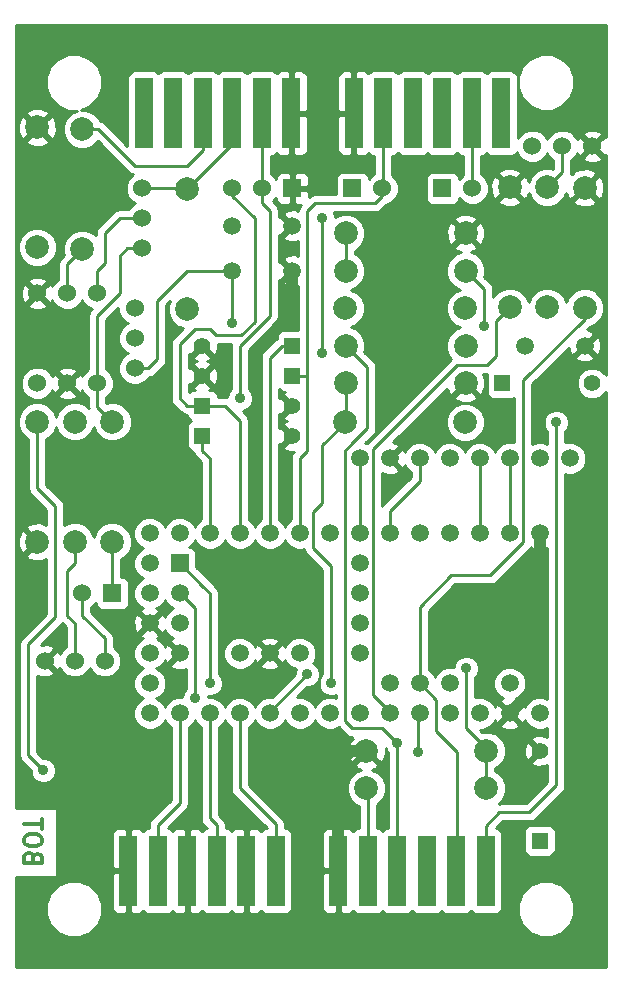
<source format=gbl>
G04 (created by PCBNEW (2013-07-07 BZR 4022)-stable) date 23.08.2017 13:54:42*
%MOIN*%
G04 Gerber Fmt 3.4, Leading zero omitted, Abs format*
%FSLAX34Y34*%
G01*
G70*
G90*
G04 APERTURE LIST*
%ADD10C,0.00590551*%
%ADD11C,0.011811*%
%ADD12C,0.0590551*%
%ADD13C,0.06*%
%ADD14C,0.0787*%
%ADD15R,0.06X0.06*%
%ADD16R,0.055X0.055*%
%ADD17C,0.055*%
%ADD18C,0.0591*%
%ADD19R,0.0590551X0.23622*%
%ADD20R,0.0590551X0.0590551*%
%ADD21C,0.035*%
%ADD22C,0.01*%
%ADD23C,0.0393701*%
G04 APERTURE END LIST*
G54D10*
G54D11*
X50870Y-43292D02*
X50842Y-43207D01*
X50814Y-43179D01*
X50757Y-43151D01*
X50673Y-43151D01*
X50617Y-43179D01*
X50589Y-43207D01*
X50560Y-43264D01*
X50560Y-43488D01*
X51151Y-43488D01*
X51151Y-43292D01*
X51123Y-43235D01*
X51095Y-43207D01*
X51039Y-43179D01*
X50982Y-43179D01*
X50926Y-43207D01*
X50898Y-43235D01*
X50870Y-43292D01*
X50870Y-43488D01*
X51151Y-42785D02*
X51151Y-42673D01*
X51123Y-42617D01*
X51067Y-42560D01*
X50954Y-42532D01*
X50757Y-42532D01*
X50645Y-42560D01*
X50589Y-42617D01*
X50560Y-42673D01*
X50560Y-42785D01*
X50589Y-42842D01*
X50645Y-42898D01*
X50757Y-42926D01*
X50954Y-42926D01*
X51067Y-42898D01*
X51123Y-42842D01*
X51151Y-42785D01*
X51151Y-42364D02*
X51151Y-42026D01*
X50560Y-42195D02*
X51151Y-42195D01*
G54D12*
X68750Y-30000D03*
X67750Y-30000D03*
X66750Y-30000D03*
X65750Y-30000D03*
X64750Y-30000D03*
X63750Y-30000D03*
X62750Y-30000D03*
X61750Y-30000D03*
G54D13*
X54500Y-22000D03*
X54500Y-21000D03*
X54500Y-23000D03*
G54D14*
X51000Y-22969D03*
X51000Y-18969D03*
X52250Y-28781D03*
X52250Y-32781D03*
X53500Y-28781D03*
X53500Y-32781D03*
X66750Y-24969D03*
X66750Y-20969D03*
X51000Y-28781D03*
X51000Y-32781D03*
X68000Y-24969D03*
X68000Y-20969D03*
X61281Y-22500D03*
X65281Y-22500D03*
X65269Y-25000D03*
X61269Y-25000D03*
X61281Y-23750D03*
X65281Y-23750D03*
X56000Y-21031D03*
X56000Y-25031D03*
X52500Y-19031D03*
X52500Y-23031D03*
X65269Y-28800D03*
X61269Y-28800D03*
X61281Y-27500D03*
X65281Y-27500D03*
X65969Y-41000D03*
X61969Y-41000D03*
X65969Y-39750D03*
X61969Y-39750D03*
X69250Y-20981D03*
X69250Y-24981D03*
X61281Y-26250D03*
X65281Y-26250D03*
G54D15*
X59500Y-21000D03*
G54D13*
X58500Y-21000D03*
X57500Y-21000D03*
G54D15*
X53500Y-34500D03*
G54D13*
X52500Y-34500D03*
G54D15*
X64500Y-21000D03*
G54D13*
X65500Y-21000D03*
G54D15*
X61500Y-21000D03*
G54D13*
X62500Y-21000D03*
G54D16*
X66500Y-27500D03*
G54D17*
X69500Y-27500D03*
G54D16*
X56500Y-29250D03*
G54D17*
X59500Y-29250D03*
G54D16*
X56500Y-28250D03*
G54D17*
X59500Y-28250D03*
G54D16*
X59500Y-27250D03*
G54D17*
X56500Y-27250D03*
G54D16*
X59500Y-26250D03*
G54D17*
X56500Y-26250D03*
G54D16*
X67750Y-42750D03*
G54D17*
X67750Y-39750D03*
G54D18*
X57500Y-23750D03*
X59500Y-23750D03*
X57500Y-22250D03*
X59500Y-22250D03*
X67250Y-26250D03*
X69250Y-26250D03*
G54D13*
X52250Y-36750D03*
X51250Y-36750D03*
X53250Y-36750D03*
X68500Y-19600D03*
X69500Y-19600D03*
X67500Y-19600D03*
X52000Y-24500D03*
X51000Y-24500D03*
X53000Y-24500D03*
X54250Y-26000D03*
X54250Y-27000D03*
X54250Y-25000D03*
G54D19*
X54547Y-18500D03*
X55531Y-18500D03*
X56515Y-18500D03*
X57500Y-18500D03*
X58484Y-18500D03*
X59468Y-18500D03*
X61547Y-18500D03*
X62531Y-18500D03*
X63515Y-18500D03*
X64500Y-18500D03*
X65484Y-18500D03*
X66468Y-18500D03*
X65952Y-43750D03*
X64968Y-43750D03*
X63984Y-43750D03*
X63000Y-43750D03*
X62015Y-43750D03*
X61031Y-43750D03*
X58952Y-43750D03*
X57968Y-43750D03*
X56984Y-43750D03*
X56000Y-43750D03*
X55015Y-43750D03*
X54031Y-43750D03*
G54D20*
X55750Y-33500D03*
G54D12*
X55750Y-34500D03*
X55750Y-35500D03*
X55750Y-36500D03*
X57750Y-36500D03*
X58750Y-36500D03*
X59750Y-36500D03*
X61750Y-36500D03*
X61750Y-35500D03*
X61750Y-34500D03*
X61750Y-33500D03*
G54D13*
X52000Y-27500D03*
X53000Y-27500D03*
X51000Y-27500D03*
G54D12*
X67750Y-32500D03*
X66750Y-32500D03*
X65750Y-32500D03*
X64750Y-32500D03*
X63750Y-32500D03*
X62750Y-32500D03*
X61750Y-32500D03*
X60750Y-32500D03*
X59750Y-32500D03*
X58750Y-32500D03*
X57750Y-32500D03*
X56750Y-32500D03*
X55750Y-32500D03*
X54750Y-33500D03*
X66750Y-37500D03*
X54750Y-34500D03*
X54750Y-35500D03*
X54750Y-36500D03*
X54750Y-37500D03*
X54750Y-38500D03*
X55750Y-38500D03*
X56750Y-38500D03*
X57750Y-38500D03*
X58750Y-38500D03*
X59750Y-38500D03*
X60750Y-38500D03*
X61750Y-38500D03*
X62750Y-38500D03*
X63750Y-38500D03*
X64750Y-38500D03*
X65750Y-38500D03*
X66750Y-38500D03*
X54750Y-32500D03*
X67750Y-38500D03*
X62750Y-37500D03*
X63750Y-37500D03*
X64750Y-37500D03*
G54D21*
X63000Y-39500D03*
X57500Y-25500D03*
X58300Y-26400D03*
X69100Y-37600D03*
X60000Y-37200D03*
X56750Y-37500D03*
X56250Y-38000D03*
X65300Y-37000D03*
X65900Y-25600D03*
X57750Y-28000D03*
X60500Y-26500D03*
X60500Y-22000D03*
X63700Y-39800D03*
X51200Y-40400D03*
X68300Y-28800D03*
X60800Y-37500D03*
G54D22*
X53000Y-27500D02*
X53000Y-25250D01*
X54000Y-23000D02*
X54500Y-23000D01*
X53750Y-23250D02*
X54000Y-23000D01*
X53750Y-24500D02*
X53750Y-23250D01*
X53000Y-25250D02*
X53750Y-24500D01*
X53000Y-27500D02*
X53000Y-28281D01*
X53000Y-28281D02*
X53500Y-28781D01*
X61281Y-26250D02*
X62000Y-26969D01*
X63000Y-39500D02*
X63000Y-43750D01*
X62500Y-39000D02*
X63000Y-39500D01*
X62250Y-39000D02*
X62500Y-39000D01*
X61500Y-39000D02*
X62250Y-39000D01*
X61250Y-38750D02*
X61500Y-39000D01*
X61250Y-29750D02*
X61250Y-38750D01*
X61500Y-29500D02*
X61250Y-29750D01*
X62000Y-29000D02*
X61500Y-29500D01*
X62000Y-26969D02*
X62000Y-29000D01*
X57500Y-25500D02*
X57500Y-23750D01*
X57500Y-23750D02*
X56000Y-23750D01*
X54700Y-27000D02*
X54250Y-27000D01*
X55000Y-26700D02*
X54700Y-27000D01*
X55000Y-24750D02*
X55000Y-26700D01*
X56000Y-23750D02*
X55000Y-24750D01*
X62015Y-43750D02*
X62015Y-41046D01*
X62015Y-41046D02*
X61969Y-41000D01*
X61750Y-30000D02*
X61750Y-32500D01*
X63750Y-30000D02*
X63750Y-30750D01*
X62750Y-31750D02*
X62750Y-32500D01*
X63750Y-30750D02*
X62750Y-31750D01*
X65750Y-30000D02*
X65750Y-32500D01*
X66750Y-30000D02*
X66750Y-32500D01*
G54D23*
X59500Y-23750D02*
X59500Y-25200D01*
X59500Y-25200D02*
X58300Y-26400D01*
X61969Y-39750D02*
X61450Y-39750D01*
X61031Y-40168D02*
X61031Y-43750D01*
X61450Y-39750D02*
X61031Y-40168D01*
X67750Y-32500D02*
X67750Y-37500D01*
X67750Y-37500D02*
X66750Y-38500D01*
G54D22*
X58750Y-38450D02*
X58750Y-38500D01*
X60000Y-37200D02*
X58750Y-38450D01*
X55750Y-33500D02*
X56500Y-34250D01*
X56750Y-34500D02*
X56750Y-37500D01*
X56500Y-34250D02*
X56750Y-34500D01*
X55750Y-34500D02*
X56250Y-35000D01*
X56250Y-35000D02*
X56250Y-38000D01*
X52000Y-23531D02*
X52500Y-23031D01*
X52000Y-24500D02*
X52000Y-23531D01*
X56515Y-18500D02*
X56515Y-19734D01*
X53031Y-19031D02*
X52500Y-19031D01*
X54250Y-20250D02*
X53031Y-19031D01*
X56000Y-20250D02*
X54250Y-20250D01*
X56515Y-19734D02*
X56000Y-20250D01*
X57500Y-18500D02*
X57500Y-19531D01*
X56031Y-21000D02*
X54500Y-21000D01*
X57500Y-19531D02*
X56031Y-21000D01*
X53750Y-22000D02*
X54500Y-22000D01*
X53250Y-22500D02*
X53750Y-22000D01*
X53250Y-23500D02*
X53250Y-22500D01*
X53000Y-23750D02*
X53250Y-23500D01*
X53000Y-24500D02*
X53000Y-23750D01*
X52250Y-32781D02*
X52250Y-33500D01*
X52250Y-35500D02*
X52250Y-36750D01*
X52000Y-35250D02*
X52250Y-35500D01*
X52000Y-33750D02*
X52000Y-35250D01*
X52250Y-33500D02*
X52000Y-33750D01*
X65969Y-39750D02*
X65969Y-39669D01*
X65300Y-39000D02*
X65300Y-37000D01*
X65969Y-39669D02*
X65300Y-39000D01*
X65969Y-41000D02*
X65969Y-39750D01*
X65281Y-23750D02*
X65900Y-24369D01*
X65900Y-24369D02*
X65900Y-25600D01*
X68500Y-19600D02*
X68500Y-20000D01*
X68500Y-20469D02*
X68000Y-20969D01*
X68500Y-20000D02*
X68500Y-20469D01*
X55750Y-38500D02*
X55750Y-41500D01*
X55015Y-42234D02*
X55015Y-43750D01*
X55750Y-41500D02*
X55015Y-42234D01*
X61281Y-22500D02*
X61281Y-23750D01*
X53500Y-34500D02*
X53500Y-32781D01*
X57750Y-38500D02*
X57750Y-41000D01*
X58952Y-42202D02*
X58952Y-43750D01*
X57750Y-41000D02*
X58952Y-42202D01*
X56750Y-38500D02*
X56750Y-42000D01*
X56984Y-42234D02*
X56984Y-43750D01*
X56750Y-42000D02*
X56984Y-42234D01*
X53250Y-36750D02*
X53250Y-36000D01*
X52500Y-35250D02*
X52500Y-34500D01*
X53250Y-36000D02*
X52500Y-35250D01*
X69250Y-24981D02*
X69250Y-25350D01*
X69250Y-25350D02*
X67200Y-27400D01*
X69250Y-25031D02*
X69250Y-25350D01*
X63750Y-34950D02*
X63750Y-37500D01*
X64800Y-33900D02*
X63750Y-34950D01*
X66100Y-33900D02*
X64800Y-33900D01*
X67200Y-32800D02*
X66100Y-33900D01*
X67200Y-27400D02*
X67200Y-32800D01*
X63750Y-37500D02*
X64300Y-38050D01*
X65000Y-43718D02*
X64968Y-43750D01*
X65000Y-39800D02*
X65000Y-43718D01*
X64300Y-39100D02*
X65000Y-39800D01*
X64300Y-38050D02*
X64300Y-39100D01*
X58500Y-21500D02*
X58500Y-21000D01*
X58750Y-21750D02*
X58500Y-21500D01*
X58750Y-25250D02*
X58750Y-21750D01*
X57750Y-26250D02*
X58750Y-25250D01*
X57750Y-27250D02*
X57750Y-26250D01*
X57750Y-28000D02*
X57750Y-27250D01*
X56500Y-29250D02*
X56500Y-29750D01*
X56750Y-30000D02*
X56750Y-32500D01*
X56500Y-29750D02*
X56750Y-30000D01*
X58484Y-18500D02*
X58484Y-20984D01*
X58484Y-20984D02*
X58500Y-21000D01*
X59500Y-26250D02*
X59150Y-26250D01*
X58750Y-27000D02*
X58750Y-32500D01*
X58750Y-26650D02*
X58750Y-27000D01*
X59150Y-26250D02*
X58750Y-26650D01*
X60500Y-26500D02*
X60500Y-22000D01*
X65484Y-18500D02*
X65484Y-20984D01*
X65484Y-20984D02*
X65500Y-21000D01*
X51000Y-28781D02*
X51000Y-31000D01*
X63700Y-38550D02*
X63750Y-38500D01*
X63700Y-39800D02*
X63700Y-38550D01*
X50700Y-39900D02*
X51200Y-40400D01*
X50700Y-36200D02*
X50700Y-39900D01*
X51600Y-35300D02*
X50700Y-36200D01*
X51600Y-31600D02*
X51600Y-35300D01*
X51000Y-31000D02*
X51600Y-31600D01*
X65952Y-42247D02*
X65952Y-43750D01*
X66400Y-41800D02*
X65952Y-42247D01*
X67400Y-41800D02*
X66400Y-41800D01*
X68300Y-40900D02*
X67400Y-41800D01*
X68300Y-34400D02*
X68300Y-40900D01*
X68300Y-31500D02*
X68300Y-34400D01*
X68300Y-28800D02*
X68300Y-31500D01*
X61281Y-27500D02*
X61281Y-28788D01*
X60500Y-31500D02*
X60200Y-31800D01*
X60200Y-31800D02*
X60200Y-33000D01*
X60200Y-33000D02*
X60800Y-33600D01*
X60800Y-33600D02*
X60800Y-37500D01*
X60500Y-29569D02*
X60500Y-31500D01*
X61281Y-28788D02*
X60500Y-29569D01*
X61281Y-27500D02*
X61281Y-27519D01*
X66750Y-24969D02*
X66300Y-25419D01*
X62750Y-38450D02*
X62750Y-38500D01*
X62200Y-37900D02*
X62750Y-38450D01*
X62200Y-32900D02*
X62200Y-37900D01*
X62200Y-29700D02*
X62200Y-32900D01*
X65000Y-26900D02*
X62200Y-29700D01*
X66000Y-26900D02*
X65000Y-26900D01*
X66300Y-26600D02*
X66000Y-26900D01*
X66300Y-26300D02*
X66300Y-26600D01*
X66300Y-25419D02*
X66300Y-26300D01*
X55750Y-26500D02*
X55750Y-26200D01*
X57500Y-21250D02*
X58250Y-22000D01*
X58250Y-22000D02*
X58250Y-25250D01*
X55750Y-26500D02*
X55750Y-28000D01*
X55750Y-28000D02*
X56000Y-28250D01*
X56500Y-28250D02*
X56000Y-28250D01*
X57500Y-21250D02*
X57500Y-21000D01*
X58250Y-25450D02*
X58250Y-25250D01*
X57800Y-25900D02*
X58250Y-25450D01*
X56950Y-25900D02*
X57800Y-25900D01*
X56750Y-25700D02*
X56950Y-25900D01*
X56250Y-25700D02*
X56750Y-25700D01*
X55750Y-26200D02*
X56250Y-25700D01*
X57750Y-32500D02*
X57750Y-28750D01*
X57750Y-28750D02*
X57250Y-28250D01*
X57250Y-28250D02*
X56500Y-28250D01*
X62500Y-21000D02*
X62500Y-21250D01*
X60000Y-21750D02*
X60000Y-27250D01*
X60250Y-21500D02*
X60000Y-21750D01*
X62250Y-21500D02*
X60250Y-21500D01*
X62500Y-21250D02*
X62250Y-21500D01*
X60000Y-27250D02*
X60000Y-29750D01*
X60000Y-29750D02*
X59750Y-30000D01*
X59750Y-30000D02*
X59750Y-32500D01*
X60000Y-27250D02*
X59500Y-27250D01*
X62531Y-18500D02*
X62531Y-20968D01*
X62531Y-20968D02*
X62500Y-21000D01*
G54D10*
G36*
X57459Y-26200D02*
X57450Y-26250D01*
X57450Y-27250D01*
X57450Y-27698D01*
X57389Y-27758D01*
X57325Y-27915D01*
X57325Y-27964D01*
X57250Y-27950D01*
X57029Y-27950D01*
X57029Y-27325D01*
X57018Y-27117D01*
X56960Y-26977D01*
X56867Y-26952D01*
X56797Y-27023D01*
X56797Y-26882D01*
X56772Y-26789D01*
X56669Y-26753D01*
X56772Y-26710D01*
X56797Y-26617D01*
X56500Y-26320D01*
X56202Y-26617D01*
X56227Y-26710D01*
X56330Y-26746D01*
X56227Y-26789D01*
X56202Y-26882D01*
X56500Y-27179D01*
X56797Y-26882D01*
X56797Y-27023D01*
X56570Y-27250D01*
X56867Y-27547D01*
X56960Y-27522D01*
X57029Y-27325D01*
X57029Y-27950D01*
X57025Y-27950D01*
X57025Y-27925D01*
X56987Y-27833D01*
X56916Y-27763D01*
X56824Y-27725D01*
X56737Y-27724D01*
X56772Y-27710D01*
X56797Y-27617D01*
X56500Y-27320D01*
X56202Y-27617D01*
X56227Y-27710D01*
X56268Y-27724D01*
X56175Y-27724D01*
X56083Y-27762D01*
X56050Y-27796D01*
X56050Y-27525D01*
X56132Y-27547D01*
X56429Y-27250D01*
X56132Y-26952D01*
X56050Y-26974D01*
X56050Y-26525D01*
X56132Y-26547D01*
X56429Y-26250D01*
X56423Y-26244D01*
X56494Y-26173D01*
X56500Y-26179D01*
X56505Y-26173D01*
X56576Y-26244D01*
X56570Y-26250D01*
X56867Y-26547D01*
X56960Y-26522D01*
X57029Y-26325D01*
X57023Y-26200D01*
X57459Y-26200D01*
X57459Y-26200D01*
G37*
G54D22*
X57459Y-26200D02*
X57450Y-26250D01*
X57450Y-27250D01*
X57450Y-27698D01*
X57389Y-27758D01*
X57325Y-27915D01*
X57325Y-27964D01*
X57250Y-27950D01*
X57029Y-27950D01*
X57029Y-27325D01*
X57018Y-27117D01*
X56960Y-26977D01*
X56867Y-26952D01*
X56797Y-27023D01*
X56797Y-26882D01*
X56772Y-26789D01*
X56669Y-26753D01*
X56772Y-26710D01*
X56797Y-26617D01*
X56500Y-26320D01*
X56202Y-26617D01*
X56227Y-26710D01*
X56330Y-26746D01*
X56227Y-26789D01*
X56202Y-26882D01*
X56500Y-27179D01*
X56797Y-26882D01*
X56797Y-27023D01*
X56570Y-27250D01*
X56867Y-27547D01*
X56960Y-27522D01*
X57029Y-27325D01*
X57029Y-27950D01*
X57025Y-27950D01*
X57025Y-27925D01*
X56987Y-27833D01*
X56916Y-27763D01*
X56824Y-27725D01*
X56737Y-27724D01*
X56772Y-27710D01*
X56797Y-27617D01*
X56500Y-27320D01*
X56202Y-27617D01*
X56227Y-27710D01*
X56268Y-27724D01*
X56175Y-27724D01*
X56083Y-27762D01*
X56050Y-27796D01*
X56050Y-27525D01*
X56132Y-27547D01*
X56429Y-27250D01*
X56132Y-26952D01*
X56050Y-26974D01*
X56050Y-26525D01*
X56132Y-26547D01*
X56429Y-26250D01*
X56423Y-26244D01*
X56494Y-26173D01*
X56500Y-26179D01*
X56505Y-26173D01*
X56576Y-26244D01*
X56570Y-26250D01*
X56867Y-26547D01*
X56960Y-26522D01*
X57029Y-26325D01*
X57023Y-26200D01*
X57459Y-26200D01*
G54D10*
G36*
X59576Y-29255D02*
X59505Y-29326D01*
X59500Y-29320D01*
X59202Y-29617D01*
X59227Y-29710D01*
X59424Y-29779D01*
X59552Y-29772D01*
X59537Y-29787D01*
X59472Y-29885D01*
X59450Y-30000D01*
X59450Y-32033D01*
X59441Y-32037D01*
X59288Y-32190D01*
X59250Y-32282D01*
X59212Y-32191D01*
X59059Y-32038D01*
X59050Y-32034D01*
X59050Y-29525D01*
X59132Y-29547D01*
X59429Y-29250D01*
X59132Y-28952D01*
X59050Y-28974D01*
X59050Y-28525D01*
X59132Y-28547D01*
X59429Y-28250D01*
X59132Y-27952D01*
X59050Y-27974D01*
X59050Y-27703D01*
X59083Y-27736D01*
X59175Y-27774D01*
X59262Y-27775D01*
X59227Y-27789D01*
X59202Y-27882D01*
X59500Y-28179D01*
X59505Y-28173D01*
X59576Y-28244D01*
X59570Y-28250D01*
X59576Y-28255D01*
X59505Y-28326D01*
X59500Y-28320D01*
X59202Y-28617D01*
X59227Y-28710D01*
X59330Y-28746D01*
X59227Y-28789D01*
X59202Y-28882D01*
X59500Y-29179D01*
X59505Y-29173D01*
X59576Y-29244D01*
X59570Y-29250D01*
X59576Y-29255D01*
X59576Y-29255D01*
G37*
G54D22*
X59576Y-29255D02*
X59505Y-29326D01*
X59500Y-29320D01*
X59202Y-29617D01*
X59227Y-29710D01*
X59424Y-29779D01*
X59552Y-29772D01*
X59537Y-29787D01*
X59472Y-29885D01*
X59450Y-30000D01*
X59450Y-32033D01*
X59441Y-32037D01*
X59288Y-32190D01*
X59250Y-32282D01*
X59212Y-32191D01*
X59059Y-32038D01*
X59050Y-32034D01*
X59050Y-29525D01*
X59132Y-29547D01*
X59429Y-29250D01*
X59132Y-28952D01*
X59050Y-28974D01*
X59050Y-28525D01*
X59132Y-28547D01*
X59429Y-28250D01*
X59132Y-27952D01*
X59050Y-27974D01*
X59050Y-27703D01*
X59083Y-27736D01*
X59175Y-27774D01*
X59262Y-27775D01*
X59227Y-27789D01*
X59202Y-27882D01*
X59500Y-28179D01*
X59505Y-28173D01*
X59576Y-28244D01*
X59570Y-28250D01*
X59576Y-28255D01*
X59505Y-28326D01*
X59500Y-28320D01*
X59202Y-28617D01*
X59227Y-28710D01*
X59330Y-28746D01*
X59227Y-28789D01*
X59202Y-28882D01*
X59500Y-29179D01*
X59505Y-29173D01*
X59576Y-29244D01*
X59570Y-29250D01*
X59576Y-29255D01*
G54D10*
G36*
X60950Y-37992D02*
X60858Y-37954D01*
X60642Y-37954D01*
X60441Y-38037D01*
X60288Y-38190D01*
X60250Y-38282D01*
X60212Y-38191D01*
X60059Y-38038D01*
X59858Y-37954D01*
X59669Y-37954D01*
X59999Y-37624D01*
X60084Y-37625D01*
X60240Y-37560D01*
X60360Y-37441D01*
X60424Y-37284D01*
X60425Y-37115D01*
X60360Y-36959D01*
X60241Y-36839D01*
X60198Y-36822D01*
X60211Y-36809D01*
X60295Y-36608D01*
X60295Y-36392D01*
X60212Y-36191D01*
X60059Y-36038D01*
X59858Y-35954D01*
X59642Y-35954D01*
X59441Y-36037D01*
X59288Y-36190D01*
X59252Y-36275D01*
X59227Y-36214D01*
X59132Y-36188D01*
X59061Y-36258D01*
X59061Y-36117D01*
X59035Y-36022D01*
X58830Y-35949D01*
X58613Y-35960D01*
X58464Y-36022D01*
X58438Y-36117D01*
X58750Y-36429D01*
X59061Y-36117D01*
X59061Y-36258D01*
X58820Y-36500D01*
X59132Y-36811D01*
X59227Y-36785D01*
X59250Y-36719D01*
X59287Y-36808D01*
X59440Y-36961D01*
X59609Y-37032D01*
X59575Y-37115D01*
X59574Y-37200D01*
X59061Y-37713D01*
X59061Y-36882D01*
X58750Y-36570D01*
X58679Y-36641D01*
X58679Y-36500D01*
X58367Y-36188D01*
X58272Y-36214D01*
X58249Y-36280D01*
X58212Y-36191D01*
X58059Y-36038D01*
X57858Y-35954D01*
X57642Y-35954D01*
X57441Y-36037D01*
X57288Y-36190D01*
X57204Y-36391D01*
X57204Y-36607D01*
X57287Y-36808D01*
X57440Y-36961D01*
X57641Y-37045D01*
X57857Y-37045D01*
X58058Y-36962D01*
X58211Y-36809D01*
X58247Y-36724D01*
X58272Y-36785D01*
X58367Y-36811D01*
X58679Y-36500D01*
X58679Y-36641D01*
X58438Y-36882D01*
X58464Y-36977D01*
X58669Y-37050D01*
X58886Y-37039D01*
X59035Y-36977D01*
X59061Y-36882D01*
X59061Y-37713D01*
X58820Y-37954D01*
X58642Y-37954D01*
X58441Y-38037D01*
X58288Y-38190D01*
X58250Y-38282D01*
X58212Y-38191D01*
X58059Y-38038D01*
X57858Y-37954D01*
X57642Y-37954D01*
X57441Y-38037D01*
X57288Y-38190D01*
X57250Y-38282D01*
X57212Y-38191D01*
X57059Y-38038D01*
X56858Y-37954D01*
X56675Y-37954D01*
X56675Y-37924D01*
X56834Y-37925D01*
X56990Y-37860D01*
X57110Y-37741D01*
X57174Y-37584D01*
X57175Y-37415D01*
X57110Y-37259D01*
X57050Y-37198D01*
X57050Y-34500D01*
X57027Y-34385D01*
X56962Y-34287D01*
X56962Y-34287D01*
X56712Y-34037D01*
X56712Y-34037D01*
X56712Y-34037D01*
X56295Y-33621D01*
X56295Y-33155D01*
X56257Y-33063D01*
X56187Y-32992D01*
X56095Y-32954D01*
X56066Y-32954D01*
X56211Y-32809D01*
X56249Y-32717D01*
X56287Y-32808D01*
X56440Y-32961D01*
X56641Y-33045D01*
X56857Y-33045D01*
X57058Y-32962D01*
X57211Y-32809D01*
X57249Y-32717D01*
X57287Y-32808D01*
X57440Y-32961D01*
X57641Y-33045D01*
X57857Y-33045D01*
X58058Y-32962D01*
X58211Y-32809D01*
X58249Y-32717D01*
X58287Y-32808D01*
X58440Y-32961D01*
X58641Y-33045D01*
X58857Y-33045D01*
X59058Y-32962D01*
X59211Y-32809D01*
X59249Y-32717D01*
X59287Y-32808D01*
X59440Y-32961D01*
X59641Y-33045D01*
X59857Y-33045D01*
X59905Y-33025D01*
X59922Y-33114D01*
X59987Y-33212D01*
X60500Y-33724D01*
X60500Y-37198D01*
X60439Y-37258D01*
X60375Y-37415D01*
X60374Y-37584D01*
X60439Y-37740D01*
X60558Y-37860D01*
X60715Y-37924D01*
X60884Y-37925D01*
X60950Y-37897D01*
X60950Y-37992D01*
X60950Y-37992D01*
G37*
G54D22*
X60950Y-37992D02*
X60858Y-37954D01*
X60642Y-37954D01*
X60441Y-38037D01*
X60288Y-38190D01*
X60250Y-38282D01*
X60212Y-38191D01*
X60059Y-38038D01*
X59858Y-37954D01*
X59669Y-37954D01*
X59999Y-37624D01*
X60084Y-37625D01*
X60240Y-37560D01*
X60360Y-37441D01*
X60424Y-37284D01*
X60425Y-37115D01*
X60360Y-36959D01*
X60241Y-36839D01*
X60198Y-36822D01*
X60211Y-36809D01*
X60295Y-36608D01*
X60295Y-36392D01*
X60212Y-36191D01*
X60059Y-36038D01*
X59858Y-35954D01*
X59642Y-35954D01*
X59441Y-36037D01*
X59288Y-36190D01*
X59252Y-36275D01*
X59227Y-36214D01*
X59132Y-36188D01*
X59061Y-36258D01*
X59061Y-36117D01*
X59035Y-36022D01*
X58830Y-35949D01*
X58613Y-35960D01*
X58464Y-36022D01*
X58438Y-36117D01*
X58750Y-36429D01*
X59061Y-36117D01*
X59061Y-36258D01*
X58820Y-36500D01*
X59132Y-36811D01*
X59227Y-36785D01*
X59250Y-36719D01*
X59287Y-36808D01*
X59440Y-36961D01*
X59609Y-37032D01*
X59575Y-37115D01*
X59574Y-37200D01*
X59061Y-37713D01*
X59061Y-36882D01*
X58750Y-36570D01*
X58679Y-36641D01*
X58679Y-36500D01*
X58367Y-36188D01*
X58272Y-36214D01*
X58249Y-36280D01*
X58212Y-36191D01*
X58059Y-36038D01*
X57858Y-35954D01*
X57642Y-35954D01*
X57441Y-36037D01*
X57288Y-36190D01*
X57204Y-36391D01*
X57204Y-36607D01*
X57287Y-36808D01*
X57440Y-36961D01*
X57641Y-37045D01*
X57857Y-37045D01*
X58058Y-36962D01*
X58211Y-36809D01*
X58247Y-36724D01*
X58272Y-36785D01*
X58367Y-36811D01*
X58679Y-36500D01*
X58679Y-36641D01*
X58438Y-36882D01*
X58464Y-36977D01*
X58669Y-37050D01*
X58886Y-37039D01*
X59035Y-36977D01*
X59061Y-36882D01*
X59061Y-37713D01*
X58820Y-37954D01*
X58642Y-37954D01*
X58441Y-38037D01*
X58288Y-38190D01*
X58250Y-38282D01*
X58212Y-38191D01*
X58059Y-38038D01*
X57858Y-37954D01*
X57642Y-37954D01*
X57441Y-38037D01*
X57288Y-38190D01*
X57250Y-38282D01*
X57212Y-38191D01*
X57059Y-38038D01*
X56858Y-37954D01*
X56675Y-37954D01*
X56675Y-37924D01*
X56834Y-37925D01*
X56990Y-37860D01*
X57110Y-37741D01*
X57174Y-37584D01*
X57175Y-37415D01*
X57110Y-37259D01*
X57050Y-37198D01*
X57050Y-34500D01*
X57027Y-34385D01*
X56962Y-34287D01*
X56962Y-34287D01*
X56712Y-34037D01*
X56712Y-34037D01*
X56712Y-34037D01*
X56295Y-33621D01*
X56295Y-33155D01*
X56257Y-33063D01*
X56187Y-32992D01*
X56095Y-32954D01*
X56066Y-32954D01*
X56211Y-32809D01*
X56249Y-32717D01*
X56287Y-32808D01*
X56440Y-32961D01*
X56641Y-33045D01*
X56857Y-33045D01*
X57058Y-32962D01*
X57211Y-32809D01*
X57249Y-32717D01*
X57287Y-32808D01*
X57440Y-32961D01*
X57641Y-33045D01*
X57857Y-33045D01*
X58058Y-32962D01*
X58211Y-32809D01*
X58249Y-32717D01*
X58287Y-32808D01*
X58440Y-32961D01*
X58641Y-33045D01*
X58857Y-33045D01*
X59058Y-32962D01*
X59211Y-32809D01*
X59249Y-32717D01*
X59287Y-32808D01*
X59440Y-32961D01*
X59641Y-33045D01*
X59857Y-33045D01*
X59905Y-33025D01*
X59922Y-33114D01*
X59987Y-33212D01*
X60500Y-33724D01*
X60500Y-37198D01*
X60439Y-37258D01*
X60375Y-37415D01*
X60374Y-37584D01*
X60439Y-37740D01*
X60558Y-37860D01*
X60715Y-37924D01*
X60884Y-37925D01*
X60950Y-37897D01*
X60950Y-37992D01*
G54D10*
G36*
X66900Y-29471D02*
X66858Y-29454D01*
X66642Y-29454D01*
X66441Y-29537D01*
X66288Y-29690D01*
X66250Y-29782D01*
X66212Y-29691D01*
X66059Y-29538D01*
X65912Y-29477D01*
X65912Y-28672D01*
X65814Y-28435D01*
X65663Y-28284D01*
X65663Y-27953D01*
X65281Y-27570D01*
X64898Y-27953D01*
X64936Y-28058D01*
X65176Y-28147D01*
X65432Y-28138D01*
X65625Y-28058D01*
X65663Y-27953D01*
X65663Y-28284D01*
X65633Y-28254D01*
X65397Y-28156D01*
X65141Y-28156D01*
X64904Y-28254D01*
X64723Y-28435D01*
X64625Y-28671D01*
X64625Y-28927D01*
X64723Y-29164D01*
X64904Y-29345D01*
X65140Y-29443D01*
X65396Y-29443D01*
X65633Y-29345D01*
X65814Y-29164D01*
X65912Y-28928D01*
X65912Y-28672D01*
X65912Y-29477D01*
X65858Y-29454D01*
X65642Y-29454D01*
X65441Y-29537D01*
X65288Y-29690D01*
X65250Y-29782D01*
X65212Y-29691D01*
X65059Y-29538D01*
X64858Y-29454D01*
X64642Y-29454D01*
X64441Y-29537D01*
X64288Y-29690D01*
X64250Y-29782D01*
X64212Y-29691D01*
X64059Y-29538D01*
X63858Y-29454D01*
X63642Y-29454D01*
X63441Y-29537D01*
X63288Y-29690D01*
X63252Y-29775D01*
X63227Y-29714D01*
X63132Y-29688D01*
X62820Y-30000D01*
X63132Y-30311D01*
X63227Y-30285D01*
X63250Y-30219D01*
X63287Y-30308D01*
X63440Y-30461D01*
X63450Y-30465D01*
X63450Y-30625D01*
X62537Y-31537D01*
X62500Y-31594D01*
X62500Y-30489D01*
X62669Y-30550D01*
X62886Y-30539D01*
X63035Y-30477D01*
X63061Y-30382D01*
X62750Y-30070D01*
X62744Y-30076D01*
X62673Y-30005D01*
X62679Y-30000D01*
X62673Y-29994D01*
X62744Y-29923D01*
X62750Y-29929D01*
X63061Y-29617D01*
X63035Y-29522D01*
X62862Y-29461D01*
X64651Y-27672D01*
X64722Y-27844D01*
X64827Y-27882D01*
X65210Y-27500D01*
X65204Y-27494D01*
X65275Y-27423D01*
X65281Y-27429D01*
X65286Y-27423D01*
X65357Y-27494D01*
X65351Y-27500D01*
X65734Y-27882D01*
X65839Y-27844D01*
X65928Y-27604D01*
X65919Y-27348D01*
X65857Y-27200D01*
X65975Y-27200D01*
X65974Y-27274D01*
X65974Y-27824D01*
X66012Y-27916D01*
X66083Y-27986D01*
X66175Y-28024D01*
X66274Y-28025D01*
X66824Y-28025D01*
X66900Y-27993D01*
X66900Y-29471D01*
X66900Y-29471D01*
G37*
G54D22*
X66900Y-29471D02*
X66858Y-29454D01*
X66642Y-29454D01*
X66441Y-29537D01*
X66288Y-29690D01*
X66250Y-29782D01*
X66212Y-29691D01*
X66059Y-29538D01*
X65912Y-29477D01*
X65912Y-28672D01*
X65814Y-28435D01*
X65663Y-28284D01*
X65663Y-27953D01*
X65281Y-27570D01*
X64898Y-27953D01*
X64936Y-28058D01*
X65176Y-28147D01*
X65432Y-28138D01*
X65625Y-28058D01*
X65663Y-27953D01*
X65663Y-28284D01*
X65633Y-28254D01*
X65397Y-28156D01*
X65141Y-28156D01*
X64904Y-28254D01*
X64723Y-28435D01*
X64625Y-28671D01*
X64625Y-28927D01*
X64723Y-29164D01*
X64904Y-29345D01*
X65140Y-29443D01*
X65396Y-29443D01*
X65633Y-29345D01*
X65814Y-29164D01*
X65912Y-28928D01*
X65912Y-28672D01*
X65912Y-29477D01*
X65858Y-29454D01*
X65642Y-29454D01*
X65441Y-29537D01*
X65288Y-29690D01*
X65250Y-29782D01*
X65212Y-29691D01*
X65059Y-29538D01*
X64858Y-29454D01*
X64642Y-29454D01*
X64441Y-29537D01*
X64288Y-29690D01*
X64250Y-29782D01*
X64212Y-29691D01*
X64059Y-29538D01*
X63858Y-29454D01*
X63642Y-29454D01*
X63441Y-29537D01*
X63288Y-29690D01*
X63252Y-29775D01*
X63227Y-29714D01*
X63132Y-29688D01*
X62820Y-30000D01*
X63132Y-30311D01*
X63227Y-30285D01*
X63250Y-30219D01*
X63287Y-30308D01*
X63440Y-30461D01*
X63450Y-30465D01*
X63450Y-30625D01*
X62537Y-31537D01*
X62500Y-31594D01*
X62500Y-30489D01*
X62669Y-30550D01*
X62886Y-30539D01*
X63035Y-30477D01*
X63061Y-30382D01*
X62750Y-30070D01*
X62744Y-30076D01*
X62673Y-30005D01*
X62679Y-30000D01*
X62673Y-29994D01*
X62744Y-29923D01*
X62750Y-29929D01*
X63061Y-29617D01*
X63035Y-29522D01*
X62862Y-29461D01*
X64651Y-27672D01*
X64722Y-27844D01*
X64827Y-27882D01*
X65210Y-27500D01*
X65204Y-27494D01*
X65275Y-27423D01*
X65281Y-27429D01*
X65286Y-27423D01*
X65357Y-27494D01*
X65351Y-27500D01*
X65734Y-27882D01*
X65839Y-27844D01*
X65928Y-27604D01*
X65919Y-27348D01*
X65857Y-27200D01*
X65975Y-27200D01*
X65974Y-27274D01*
X65974Y-27824D01*
X66012Y-27916D01*
X66083Y-27986D01*
X66175Y-28024D01*
X66274Y-28025D01*
X66824Y-28025D01*
X66900Y-27993D01*
X66900Y-29471D01*
G54D10*
G36*
X67826Y-32505D02*
X67755Y-32576D01*
X67750Y-32570D01*
X67744Y-32576D01*
X67673Y-32505D01*
X67679Y-32500D01*
X67673Y-32494D01*
X67744Y-32423D01*
X67750Y-32429D01*
X67755Y-32423D01*
X67826Y-32494D01*
X67820Y-32500D01*
X67826Y-32505D01*
X67826Y-32505D01*
G37*
G54D22*
X67826Y-32505D02*
X67755Y-32576D01*
X67750Y-32570D01*
X67744Y-32576D01*
X67673Y-32505D01*
X67679Y-32500D01*
X67673Y-32494D01*
X67744Y-32423D01*
X67750Y-32429D01*
X67755Y-32423D01*
X67826Y-32494D01*
X67820Y-32500D01*
X67826Y-32505D01*
G54D10*
G36*
X68000Y-40775D02*
X67275Y-41500D01*
X67061Y-41500D01*
X67061Y-38882D01*
X66750Y-38570D01*
X66438Y-38882D01*
X66464Y-38977D01*
X66669Y-39050D01*
X66886Y-39039D01*
X67035Y-38977D01*
X67061Y-38882D01*
X67061Y-41500D01*
X66400Y-41500D01*
X66373Y-41505D01*
X66514Y-41364D01*
X66612Y-41128D01*
X66612Y-40872D01*
X66514Y-40635D01*
X66333Y-40454D01*
X66269Y-40427D01*
X66269Y-40322D01*
X66333Y-40295D01*
X66514Y-40114D01*
X66612Y-39878D01*
X66612Y-39622D01*
X66514Y-39385D01*
X66333Y-39204D01*
X66097Y-39106D01*
X65841Y-39106D01*
X65833Y-39109D01*
X65769Y-39045D01*
X65857Y-39045D01*
X66058Y-38962D01*
X66211Y-38809D01*
X66247Y-38724D01*
X66272Y-38785D01*
X66367Y-38811D01*
X66679Y-38500D01*
X66367Y-38188D01*
X66272Y-38214D01*
X66249Y-38280D01*
X66212Y-38191D01*
X66059Y-38038D01*
X65858Y-37954D01*
X65642Y-37954D01*
X65600Y-37971D01*
X65600Y-37301D01*
X65660Y-37241D01*
X65724Y-37084D01*
X65725Y-36915D01*
X65660Y-36759D01*
X65541Y-36639D01*
X65384Y-36575D01*
X65215Y-36574D01*
X65059Y-36639D01*
X64939Y-36758D01*
X64875Y-36915D01*
X64875Y-36961D01*
X64858Y-36954D01*
X64642Y-36954D01*
X64441Y-37037D01*
X64288Y-37190D01*
X64250Y-37282D01*
X64212Y-37191D01*
X64059Y-37038D01*
X64050Y-37034D01*
X64050Y-35074D01*
X64924Y-34200D01*
X66100Y-34200D01*
X66100Y-34199D01*
X66214Y-34177D01*
X66214Y-34177D01*
X66312Y-34112D01*
X67412Y-33012D01*
X67412Y-33012D01*
X67456Y-32946D01*
X67464Y-32977D01*
X67669Y-33050D01*
X67886Y-33039D01*
X68000Y-32991D01*
X68000Y-34400D01*
X68000Y-38013D01*
X67858Y-37954D01*
X67642Y-37954D01*
X67441Y-38037D01*
X67295Y-38183D01*
X67295Y-37392D01*
X67212Y-37191D01*
X67059Y-37038D01*
X66858Y-36954D01*
X66642Y-36954D01*
X66441Y-37037D01*
X66288Y-37190D01*
X66204Y-37391D01*
X66204Y-37607D01*
X66287Y-37808D01*
X66440Y-37961D01*
X66525Y-37997D01*
X66464Y-38022D01*
X66438Y-38117D01*
X66750Y-38429D01*
X67061Y-38117D01*
X67035Y-38022D01*
X66969Y-37999D01*
X67058Y-37962D01*
X67211Y-37809D01*
X67295Y-37608D01*
X67295Y-37392D01*
X67295Y-38183D01*
X67288Y-38190D01*
X67252Y-38275D01*
X67227Y-38214D01*
X67132Y-38188D01*
X66820Y-38500D01*
X67132Y-38811D01*
X67227Y-38785D01*
X67250Y-38719D01*
X67287Y-38808D01*
X67440Y-38961D01*
X67641Y-39045D01*
X67857Y-39045D01*
X68000Y-38986D01*
X68000Y-39281D01*
X67825Y-39220D01*
X67617Y-39231D01*
X67477Y-39289D01*
X67452Y-39382D01*
X67750Y-39679D01*
X67755Y-39673D01*
X67826Y-39744D01*
X67820Y-39750D01*
X67826Y-39755D01*
X67755Y-39826D01*
X67750Y-39820D01*
X67679Y-39891D01*
X67679Y-39750D01*
X67382Y-39452D01*
X67289Y-39477D01*
X67220Y-39674D01*
X67231Y-39882D01*
X67289Y-40022D01*
X67382Y-40047D01*
X67679Y-39750D01*
X67679Y-39891D01*
X67452Y-40117D01*
X67477Y-40210D01*
X67674Y-40279D01*
X67882Y-40268D01*
X68000Y-40219D01*
X68000Y-40775D01*
X68000Y-40775D01*
G37*
G54D22*
X68000Y-40775D02*
X67275Y-41500D01*
X67061Y-41500D01*
X67061Y-38882D01*
X66750Y-38570D01*
X66438Y-38882D01*
X66464Y-38977D01*
X66669Y-39050D01*
X66886Y-39039D01*
X67035Y-38977D01*
X67061Y-38882D01*
X67061Y-41500D01*
X66400Y-41500D01*
X66373Y-41505D01*
X66514Y-41364D01*
X66612Y-41128D01*
X66612Y-40872D01*
X66514Y-40635D01*
X66333Y-40454D01*
X66269Y-40427D01*
X66269Y-40322D01*
X66333Y-40295D01*
X66514Y-40114D01*
X66612Y-39878D01*
X66612Y-39622D01*
X66514Y-39385D01*
X66333Y-39204D01*
X66097Y-39106D01*
X65841Y-39106D01*
X65833Y-39109D01*
X65769Y-39045D01*
X65857Y-39045D01*
X66058Y-38962D01*
X66211Y-38809D01*
X66247Y-38724D01*
X66272Y-38785D01*
X66367Y-38811D01*
X66679Y-38500D01*
X66367Y-38188D01*
X66272Y-38214D01*
X66249Y-38280D01*
X66212Y-38191D01*
X66059Y-38038D01*
X65858Y-37954D01*
X65642Y-37954D01*
X65600Y-37971D01*
X65600Y-37301D01*
X65660Y-37241D01*
X65724Y-37084D01*
X65725Y-36915D01*
X65660Y-36759D01*
X65541Y-36639D01*
X65384Y-36575D01*
X65215Y-36574D01*
X65059Y-36639D01*
X64939Y-36758D01*
X64875Y-36915D01*
X64875Y-36961D01*
X64858Y-36954D01*
X64642Y-36954D01*
X64441Y-37037D01*
X64288Y-37190D01*
X64250Y-37282D01*
X64212Y-37191D01*
X64059Y-37038D01*
X64050Y-37034D01*
X64050Y-35074D01*
X64924Y-34200D01*
X66100Y-34200D01*
X66100Y-34199D01*
X66214Y-34177D01*
X66214Y-34177D01*
X66312Y-34112D01*
X67412Y-33012D01*
X67412Y-33012D01*
X67456Y-32946D01*
X67464Y-32977D01*
X67669Y-33050D01*
X67886Y-33039D01*
X68000Y-32991D01*
X68000Y-34400D01*
X68000Y-38013D01*
X67858Y-37954D01*
X67642Y-37954D01*
X67441Y-38037D01*
X67295Y-38183D01*
X67295Y-37392D01*
X67212Y-37191D01*
X67059Y-37038D01*
X66858Y-36954D01*
X66642Y-36954D01*
X66441Y-37037D01*
X66288Y-37190D01*
X66204Y-37391D01*
X66204Y-37607D01*
X66287Y-37808D01*
X66440Y-37961D01*
X66525Y-37997D01*
X66464Y-38022D01*
X66438Y-38117D01*
X66750Y-38429D01*
X67061Y-38117D01*
X67035Y-38022D01*
X66969Y-37999D01*
X67058Y-37962D01*
X67211Y-37809D01*
X67295Y-37608D01*
X67295Y-37392D01*
X67295Y-38183D01*
X67288Y-38190D01*
X67252Y-38275D01*
X67227Y-38214D01*
X67132Y-38188D01*
X66820Y-38500D01*
X67132Y-38811D01*
X67227Y-38785D01*
X67250Y-38719D01*
X67287Y-38808D01*
X67440Y-38961D01*
X67641Y-39045D01*
X67857Y-39045D01*
X68000Y-38986D01*
X68000Y-39281D01*
X67825Y-39220D01*
X67617Y-39231D01*
X67477Y-39289D01*
X67452Y-39382D01*
X67750Y-39679D01*
X67755Y-39673D01*
X67826Y-39744D01*
X67820Y-39750D01*
X67826Y-39755D01*
X67755Y-39826D01*
X67750Y-39820D01*
X67679Y-39891D01*
X67679Y-39750D01*
X67382Y-39452D01*
X67289Y-39477D01*
X67220Y-39674D01*
X67231Y-39882D01*
X67289Y-40022D01*
X67382Y-40047D01*
X67679Y-39750D01*
X67679Y-39891D01*
X67452Y-40117D01*
X67477Y-40210D01*
X67674Y-40279D01*
X67882Y-40268D01*
X68000Y-40219D01*
X68000Y-40775D01*
G54D10*
G36*
X69950Y-46950D02*
X68906Y-46950D01*
X68906Y-44842D01*
X68763Y-44496D01*
X68499Y-44232D01*
X68275Y-44139D01*
X68275Y-42975D01*
X68275Y-42425D01*
X68237Y-42333D01*
X68166Y-42263D01*
X68074Y-42225D01*
X67975Y-42224D01*
X67425Y-42224D01*
X67333Y-42262D01*
X67263Y-42333D01*
X67225Y-42425D01*
X67224Y-42524D01*
X67224Y-43074D01*
X67262Y-43166D01*
X67333Y-43236D01*
X67425Y-43274D01*
X67524Y-43275D01*
X68074Y-43275D01*
X68166Y-43237D01*
X68236Y-43166D01*
X68274Y-43074D01*
X68275Y-42975D01*
X68275Y-44139D01*
X68154Y-44089D01*
X67781Y-44088D01*
X67435Y-44231D01*
X67171Y-44495D01*
X67028Y-44840D01*
X67027Y-45213D01*
X67170Y-45559D01*
X67434Y-45823D01*
X67779Y-45966D01*
X68152Y-45967D01*
X68498Y-45824D01*
X68762Y-45560D01*
X68905Y-45215D01*
X68906Y-44842D01*
X68906Y-46950D01*
X60981Y-46950D01*
X60981Y-45118D01*
X60981Y-43800D01*
X60981Y-43700D01*
X60981Y-42381D01*
X60918Y-42318D01*
X60686Y-42318D01*
X60594Y-42356D01*
X60524Y-42427D01*
X60486Y-42518D01*
X60486Y-42618D01*
X60486Y-43637D01*
X60548Y-43700D01*
X60981Y-43700D01*
X60981Y-43800D01*
X60548Y-43800D01*
X60486Y-43862D01*
X60486Y-44881D01*
X60486Y-44981D01*
X60524Y-45072D01*
X60594Y-45143D01*
X60686Y-45181D01*
X60918Y-45181D01*
X60981Y-45118D01*
X60981Y-46950D01*
X53981Y-46950D01*
X53981Y-45118D01*
X53981Y-43800D01*
X53981Y-43700D01*
X53981Y-42381D01*
X53918Y-42318D01*
X53686Y-42318D01*
X53594Y-42356D01*
X53524Y-42427D01*
X53486Y-42518D01*
X53486Y-42618D01*
X53486Y-43637D01*
X53548Y-43700D01*
X53981Y-43700D01*
X53981Y-43800D01*
X53548Y-43800D01*
X53486Y-43862D01*
X53486Y-44881D01*
X53486Y-44981D01*
X53524Y-45072D01*
X53594Y-45143D01*
X53686Y-45181D01*
X53918Y-45181D01*
X53981Y-45118D01*
X53981Y-46950D01*
X53158Y-46950D01*
X53158Y-44842D01*
X53015Y-44496D01*
X52751Y-44232D01*
X52406Y-44089D01*
X52033Y-44088D01*
X51687Y-44231D01*
X51423Y-44495D01*
X51280Y-44840D01*
X51279Y-45213D01*
X51422Y-45559D01*
X51686Y-45823D01*
X52031Y-45966D01*
X52404Y-45967D01*
X52750Y-45824D01*
X53014Y-45560D01*
X53157Y-45215D01*
X53158Y-44842D01*
X53158Y-46950D01*
X50300Y-46950D01*
X50300Y-43938D01*
X51640Y-43938D01*
X51640Y-41661D01*
X50300Y-41661D01*
X50300Y-15550D01*
X69950Y-15550D01*
X69950Y-19303D01*
X69885Y-19284D01*
X69815Y-19355D01*
X69815Y-19214D01*
X69787Y-19118D01*
X69581Y-19045D01*
X69363Y-19056D01*
X69212Y-19118D01*
X69184Y-19214D01*
X69500Y-19529D01*
X69815Y-19214D01*
X69815Y-19355D01*
X69570Y-19600D01*
X69885Y-19915D01*
X69950Y-19896D01*
X69950Y-27214D01*
X69945Y-27203D01*
X69897Y-27155D01*
X69897Y-21085D01*
X69888Y-20829D01*
X69815Y-20652D01*
X69815Y-19985D01*
X69500Y-19670D01*
X69184Y-19985D01*
X69212Y-20081D01*
X69418Y-20154D01*
X69636Y-20143D01*
X69787Y-20081D01*
X69815Y-19985D01*
X69815Y-20652D01*
X69808Y-20636D01*
X69703Y-20598D01*
X69632Y-20668D01*
X69320Y-20981D01*
X69703Y-21363D01*
X69808Y-21325D01*
X69897Y-21085D01*
X69897Y-27155D01*
X69893Y-27151D01*
X69893Y-24853D01*
X69795Y-24616D01*
X69632Y-24453D01*
X69632Y-21434D01*
X69250Y-21051D01*
X68867Y-21434D01*
X68905Y-21539D01*
X69145Y-21628D01*
X69401Y-21619D01*
X69594Y-21539D01*
X69632Y-21434D01*
X69632Y-24453D01*
X69614Y-24435D01*
X69378Y-24337D01*
X69122Y-24337D01*
X68885Y-24435D01*
X68704Y-24616D01*
X68627Y-24802D01*
X68545Y-24604D01*
X68364Y-24423D01*
X68128Y-24325D01*
X67872Y-24325D01*
X67635Y-24423D01*
X67454Y-24604D01*
X67374Y-24796D01*
X67295Y-24604D01*
X67132Y-24441D01*
X67132Y-21422D01*
X66750Y-21039D01*
X66679Y-21110D01*
X66679Y-20969D01*
X66296Y-20586D01*
X66191Y-20624D01*
X66102Y-20864D01*
X66111Y-21120D01*
X66191Y-21313D01*
X66296Y-21351D01*
X66679Y-20969D01*
X66679Y-21110D01*
X66367Y-21422D01*
X66405Y-21527D01*
X66645Y-21616D01*
X66901Y-21607D01*
X67094Y-21527D01*
X67132Y-21422D01*
X67132Y-24441D01*
X67114Y-24423D01*
X66878Y-24325D01*
X66622Y-24325D01*
X66385Y-24423D01*
X66204Y-24604D01*
X66200Y-24615D01*
X66200Y-24369D01*
X66177Y-24254D01*
X66112Y-24156D01*
X66112Y-24156D01*
X65928Y-23973D01*
X65928Y-22604D01*
X65919Y-22348D01*
X65839Y-22155D01*
X65734Y-22117D01*
X65663Y-22187D01*
X65663Y-22046D01*
X65625Y-21941D01*
X65385Y-21852D01*
X65129Y-21861D01*
X64936Y-21941D01*
X64898Y-22046D01*
X65281Y-22429D01*
X65663Y-22046D01*
X65663Y-22187D01*
X65351Y-22500D01*
X65734Y-22882D01*
X65839Y-22844D01*
X65928Y-22604D01*
X65928Y-23973D01*
X65897Y-23942D01*
X65924Y-23878D01*
X65924Y-23622D01*
X65826Y-23385D01*
X65645Y-23204D01*
X65459Y-23127D01*
X65625Y-23058D01*
X65663Y-22953D01*
X65281Y-22570D01*
X65210Y-22641D01*
X65210Y-22500D01*
X64827Y-22117D01*
X64722Y-22155D01*
X64633Y-22395D01*
X64642Y-22651D01*
X64722Y-22844D01*
X64827Y-22882D01*
X65210Y-22500D01*
X65210Y-22641D01*
X64898Y-22953D01*
X64936Y-23058D01*
X65111Y-23123D01*
X64916Y-23204D01*
X64735Y-23385D01*
X64637Y-23621D01*
X64637Y-23877D01*
X64735Y-24114D01*
X64916Y-24295D01*
X65102Y-24372D01*
X64904Y-24454D01*
X64723Y-24635D01*
X64625Y-24871D01*
X64625Y-25127D01*
X64723Y-25364D01*
X64904Y-25545D01*
X65102Y-25627D01*
X64916Y-25704D01*
X64735Y-25885D01*
X64637Y-26121D01*
X64637Y-26377D01*
X64735Y-26614D01*
X64800Y-26679D01*
X64787Y-26687D01*
X61987Y-29487D01*
X61977Y-29503D01*
X61937Y-29487D01*
X62212Y-29212D01*
X62212Y-29212D01*
X62277Y-29114D01*
X62299Y-29000D01*
X62300Y-29000D01*
X62300Y-26969D01*
X62277Y-26854D01*
X62212Y-26756D01*
X62212Y-26756D01*
X61897Y-26442D01*
X61924Y-26378D01*
X61924Y-26122D01*
X61826Y-25885D01*
X61645Y-25704D01*
X61447Y-25622D01*
X61633Y-25545D01*
X61814Y-25364D01*
X61912Y-25128D01*
X61912Y-24872D01*
X61814Y-24635D01*
X61633Y-24454D01*
X61447Y-24377D01*
X61645Y-24295D01*
X61826Y-24114D01*
X61924Y-23878D01*
X61924Y-23622D01*
X61826Y-23385D01*
X61645Y-23204D01*
X61581Y-23177D01*
X61581Y-23072D01*
X61645Y-23045D01*
X61826Y-22864D01*
X61924Y-22628D01*
X61924Y-22372D01*
X61826Y-22135D01*
X61645Y-21954D01*
X61409Y-21856D01*
X61153Y-21856D01*
X60925Y-21950D01*
X60925Y-21915D01*
X60877Y-21800D01*
X62250Y-21800D01*
X62250Y-21799D01*
X62364Y-21777D01*
X62364Y-21777D01*
X62462Y-21712D01*
X62634Y-21539D01*
X62811Y-21466D01*
X62965Y-21311D01*
X63049Y-21109D01*
X63050Y-20891D01*
X62966Y-20688D01*
X62831Y-20553D01*
X62831Y-19931D01*
X62876Y-19931D01*
X62968Y-19893D01*
X63023Y-19837D01*
X63078Y-19892D01*
X63170Y-19931D01*
X63269Y-19931D01*
X63860Y-19931D01*
X63952Y-19893D01*
X64007Y-19837D01*
X64062Y-19892D01*
X64154Y-19931D01*
X64254Y-19931D01*
X64844Y-19931D01*
X64936Y-19893D01*
X64992Y-19837D01*
X65047Y-19892D01*
X65139Y-19931D01*
X65184Y-19931D01*
X65184Y-20538D01*
X65050Y-20672D01*
X65050Y-20650D01*
X65012Y-20558D01*
X64941Y-20488D01*
X64849Y-20450D01*
X64750Y-20449D01*
X64150Y-20449D01*
X64058Y-20487D01*
X63988Y-20558D01*
X63950Y-20650D01*
X63949Y-20749D01*
X63949Y-21349D01*
X63987Y-21441D01*
X64058Y-21511D01*
X64150Y-21549D01*
X64249Y-21550D01*
X64849Y-21550D01*
X64941Y-21512D01*
X65011Y-21441D01*
X65049Y-21349D01*
X65049Y-21327D01*
X65188Y-21465D01*
X65390Y-21549D01*
X65608Y-21550D01*
X65811Y-21466D01*
X65965Y-21311D01*
X66049Y-21109D01*
X66050Y-20891D01*
X65966Y-20688D01*
X65811Y-20534D01*
X65784Y-20522D01*
X65784Y-19931D01*
X65829Y-19931D01*
X65920Y-19893D01*
X65976Y-19837D01*
X66031Y-19892D01*
X66123Y-19931D01*
X66222Y-19931D01*
X66813Y-19931D01*
X66905Y-19893D01*
X66975Y-19822D01*
X66986Y-19797D01*
X67033Y-19911D01*
X67188Y-20065D01*
X67390Y-20149D01*
X67608Y-20150D01*
X67811Y-20066D01*
X67965Y-19911D01*
X67999Y-19830D01*
X68033Y-19911D01*
X68188Y-20065D01*
X68200Y-20070D01*
X68200Y-20344D01*
X68192Y-20352D01*
X68128Y-20325D01*
X67872Y-20325D01*
X67635Y-20423D01*
X67454Y-20604D01*
X67377Y-20790D01*
X67308Y-20624D01*
X67203Y-20586D01*
X67132Y-20656D01*
X67132Y-20515D01*
X67094Y-20410D01*
X66854Y-20321D01*
X66598Y-20330D01*
X66405Y-20410D01*
X66367Y-20515D01*
X66750Y-20898D01*
X67132Y-20515D01*
X67132Y-20656D01*
X66820Y-20969D01*
X67203Y-21351D01*
X67308Y-21313D01*
X67373Y-21138D01*
X67454Y-21333D01*
X67635Y-21514D01*
X67871Y-21612D01*
X68127Y-21612D01*
X68364Y-21514D01*
X68545Y-21333D01*
X68620Y-21153D01*
X68691Y-21325D01*
X68796Y-21363D01*
X69179Y-20981D01*
X69173Y-20975D01*
X69244Y-20904D01*
X69250Y-20910D01*
X69632Y-20527D01*
X69594Y-20422D01*
X69354Y-20333D01*
X69098Y-20342D01*
X68905Y-20422D01*
X68867Y-20527D01*
X68822Y-20482D01*
X68791Y-20513D01*
X68799Y-20469D01*
X68800Y-20469D01*
X68800Y-20071D01*
X68811Y-20066D01*
X68965Y-19911D01*
X68997Y-19836D01*
X69018Y-19887D01*
X69114Y-19915D01*
X69429Y-19600D01*
X69114Y-19284D01*
X69018Y-19312D01*
X68999Y-19367D01*
X68966Y-19288D01*
X68906Y-19228D01*
X68906Y-17283D01*
X68763Y-16937D01*
X68499Y-16673D01*
X68154Y-16530D01*
X67781Y-16529D01*
X67435Y-16672D01*
X67171Y-16936D01*
X67028Y-17281D01*
X67027Y-17654D01*
X67170Y-18000D01*
X67434Y-18264D01*
X67779Y-18407D01*
X68152Y-18408D01*
X68498Y-18265D01*
X68762Y-18001D01*
X68905Y-17656D01*
X68906Y-17283D01*
X68906Y-19228D01*
X68811Y-19134D01*
X68609Y-19050D01*
X68391Y-19049D01*
X68188Y-19133D01*
X68034Y-19288D01*
X68000Y-19369D01*
X67966Y-19288D01*
X67811Y-19134D01*
X67609Y-19050D01*
X67391Y-19049D01*
X67188Y-19133D01*
X67034Y-19288D01*
X67013Y-19336D01*
X67013Y-17269D01*
X66975Y-17177D01*
X66905Y-17107D01*
X66813Y-17068D01*
X66714Y-17068D01*
X66123Y-17068D01*
X66031Y-17106D01*
X65976Y-17162D01*
X65921Y-17107D01*
X65829Y-17068D01*
X65730Y-17068D01*
X65139Y-17068D01*
X65047Y-17106D01*
X64992Y-17162D01*
X64937Y-17107D01*
X64845Y-17068D01*
X64745Y-17068D01*
X64155Y-17068D01*
X64063Y-17106D01*
X64007Y-17162D01*
X63952Y-17107D01*
X63860Y-17068D01*
X63761Y-17068D01*
X63170Y-17068D01*
X63079Y-17106D01*
X63023Y-17162D01*
X62968Y-17107D01*
X62876Y-17068D01*
X62777Y-17068D01*
X62186Y-17068D01*
X62094Y-17106D01*
X62039Y-17162D01*
X61983Y-17106D01*
X61892Y-17068D01*
X61659Y-17068D01*
X61597Y-17131D01*
X61597Y-18450D01*
X61605Y-18450D01*
X61605Y-18550D01*
X61597Y-18550D01*
X61597Y-19868D01*
X61659Y-19931D01*
X61892Y-19931D01*
X61983Y-19893D01*
X62039Y-19837D01*
X62094Y-19892D01*
X62186Y-19931D01*
X62231Y-19931D01*
X62231Y-20515D01*
X62188Y-20533D01*
X62050Y-20672D01*
X62050Y-20650D01*
X62012Y-20558D01*
X61941Y-20488D01*
X61849Y-20450D01*
X61750Y-20449D01*
X61497Y-20449D01*
X61497Y-19868D01*
X61497Y-18550D01*
X61497Y-18450D01*
X61497Y-17131D01*
X61434Y-17068D01*
X61202Y-17068D01*
X61110Y-17106D01*
X61040Y-17177D01*
X61002Y-17268D01*
X61001Y-17368D01*
X61001Y-18387D01*
X61064Y-18450D01*
X61497Y-18450D01*
X61497Y-18550D01*
X61064Y-18550D01*
X61001Y-18612D01*
X61001Y-19631D01*
X61002Y-19731D01*
X61040Y-19822D01*
X61110Y-19893D01*
X61202Y-19931D01*
X61434Y-19931D01*
X61497Y-19868D01*
X61497Y-20449D01*
X61150Y-20449D01*
X61058Y-20487D01*
X60988Y-20558D01*
X60950Y-20650D01*
X60949Y-20749D01*
X60949Y-21200D01*
X60250Y-21200D01*
X60135Y-21222D01*
X60050Y-21279D01*
X60050Y-21250D01*
X60050Y-20749D01*
X60049Y-20650D01*
X60013Y-20563D01*
X60013Y-19631D01*
X60013Y-17368D01*
X60013Y-17268D01*
X59975Y-17177D01*
X59905Y-17106D01*
X59813Y-17068D01*
X59581Y-17068D01*
X59518Y-17131D01*
X59518Y-18450D01*
X59951Y-18450D01*
X60013Y-18387D01*
X60013Y-17368D01*
X60013Y-19631D01*
X60013Y-18612D01*
X59951Y-18550D01*
X59518Y-18550D01*
X59518Y-19868D01*
X59581Y-19931D01*
X59813Y-19931D01*
X59905Y-19893D01*
X59975Y-19822D01*
X60013Y-19731D01*
X60013Y-19631D01*
X60013Y-20563D01*
X60011Y-20558D01*
X59941Y-20487D01*
X59849Y-20449D01*
X59612Y-20450D01*
X59550Y-20512D01*
X59550Y-20950D01*
X59987Y-20950D01*
X60050Y-20887D01*
X60050Y-20749D01*
X60050Y-21250D01*
X60050Y-21112D01*
X59987Y-21050D01*
X59550Y-21050D01*
X59550Y-21487D01*
X59612Y-21550D01*
X59779Y-21550D01*
X59722Y-21635D01*
X59701Y-21742D01*
X59580Y-21699D01*
X59363Y-21710D01*
X59214Y-21772D01*
X59188Y-21867D01*
X59500Y-22179D01*
X59505Y-22173D01*
X59576Y-22244D01*
X59570Y-22250D01*
X59576Y-22255D01*
X59505Y-22326D01*
X59500Y-22320D01*
X59188Y-22632D01*
X59214Y-22727D01*
X59419Y-22800D01*
X59636Y-22789D01*
X59700Y-22762D01*
X59700Y-23242D01*
X59580Y-23199D01*
X59363Y-23210D01*
X59214Y-23272D01*
X59188Y-23367D01*
X59500Y-23679D01*
X59505Y-23673D01*
X59576Y-23744D01*
X59570Y-23750D01*
X59576Y-23755D01*
X59505Y-23826D01*
X59500Y-23820D01*
X59188Y-24132D01*
X59214Y-24227D01*
X59419Y-24300D01*
X59636Y-24289D01*
X59700Y-24262D01*
X59700Y-25724D01*
X59175Y-25724D01*
X59083Y-25762D01*
X59013Y-25833D01*
X58975Y-25925D01*
X58974Y-26013D01*
X58937Y-26037D01*
X58537Y-26437D01*
X58472Y-26535D01*
X58450Y-26650D01*
X58450Y-27000D01*
X58450Y-32033D01*
X58441Y-32037D01*
X58288Y-32190D01*
X58250Y-32282D01*
X58212Y-32191D01*
X58059Y-32038D01*
X58050Y-32034D01*
X58050Y-28750D01*
X58027Y-28635D01*
X57962Y-28537D01*
X57962Y-28537D01*
X57844Y-28420D01*
X57990Y-28360D01*
X58110Y-28241D01*
X58174Y-28084D01*
X58175Y-27915D01*
X58110Y-27759D01*
X58050Y-27698D01*
X58050Y-27250D01*
X58050Y-26374D01*
X58962Y-25462D01*
X58962Y-25462D01*
X59027Y-25364D01*
X59049Y-25250D01*
X59050Y-25250D01*
X59050Y-24042D01*
X59117Y-24061D01*
X59429Y-23750D01*
X59117Y-23438D01*
X59050Y-23457D01*
X59050Y-22542D01*
X59117Y-22561D01*
X59429Y-22250D01*
X59117Y-21938D01*
X59050Y-21957D01*
X59050Y-21750D01*
X59027Y-21635D01*
X58962Y-21537D01*
X58962Y-21537D01*
X58851Y-21426D01*
X58950Y-21327D01*
X58950Y-21349D01*
X58988Y-21441D01*
X59058Y-21512D01*
X59150Y-21550D01*
X59387Y-21550D01*
X59450Y-21487D01*
X59450Y-21050D01*
X59442Y-21050D01*
X59442Y-20950D01*
X59450Y-20950D01*
X59450Y-20512D01*
X59387Y-20450D01*
X59150Y-20449D01*
X59058Y-20487D01*
X58988Y-20558D01*
X58950Y-20650D01*
X58950Y-20672D01*
X58811Y-20534D01*
X58784Y-20522D01*
X58784Y-19931D01*
X58829Y-19931D01*
X58920Y-19893D01*
X58976Y-19837D01*
X59031Y-19893D01*
X59123Y-19931D01*
X59356Y-19931D01*
X59418Y-19868D01*
X59418Y-18550D01*
X59410Y-18550D01*
X59410Y-18450D01*
X59418Y-18450D01*
X59418Y-17131D01*
X59356Y-17068D01*
X59123Y-17068D01*
X59031Y-17106D01*
X58976Y-17162D01*
X58921Y-17107D01*
X58829Y-17068D01*
X58730Y-17068D01*
X58139Y-17068D01*
X58047Y-17106D01*
X57992Y-17162D01*
X57937Y-17107D01*
X57845Y-17068D01*
X57745Y-17068D01*
X57155Y-17068D01*
X57063Y-17106D01*
X57007Y-17162D01*
X56952Y-17107D01*
X56860Y-17068D01*
X56761Y-17068D01*
X56170Y-17068D01*
X56079Y-17106D01*
X56023Y-17162D01*
X55968Y-17107D01*
X55876Y-17068D01*
X55777Y-17068D01*
X55186Y-17068D01*
X55094Y-17106D01*
X55039Y-17162D01*
X54984Y-17107D01*
X54892Y-17068D01*
X54793Y-17068D01*
X54202Y-17068D01*
X54110Y-17106D01*
X54040Y-17177D01*
X54002Y-17268D01*
X54001Y-17368D01*
X54001Y-19577D01*
X53243Y-18818D01*
X53145Y-18753D01*
X53076Y-18739D01*
X53045Y-18666D01*
X52864Y-18485D01*
X52628Y-18387D01*
X52455Y-18387D01*
X52750Y-18265D01*
X53014Y-18001D01*
X53157Y-17656D01*
X53158Y-17283D01*
X53015Y-16937D01*
X52751Y-16673D01*
X52406Y-16530D01*
X52033Y-16529D01*
X51687Y-16672D01*
X51423Y-16936D01*
X51280Y-17281D01*
X51279Y-17654D01*
X51422Y-18000D01*
X51686Y-18264D01*
X52031Y-18407D01*
X52322Y-18408D01*
X52135Y-18485D01*
X51954Y-18666D01*
X51856Y-18902D01*
X51856Y-19158D01*
X51954Y-19395D01*
X52135Y-19576D01*
X52371Y-19674D01*
X52627Y-19674D01*
X52864Y-19576D01*
X53008Y-19432D01*
X54037Y-20462D01*
X54037Y-20462D01*
X54135Y-20527D01*
X54185Y-20537D01*
X54034Y-20688D01*
X53950Y-20890D01*
X53949Y-21108D01*
X54033Y-21311D01*
X54188Y-21465D01*
X54269Y-21499D01*
X54188Y-21533D01*
X54034Y-21688D01*
X54029Y-21700D01*
X53750Y-21700D01*
X53635Y-21722D01*
X53537Y-21787D01*
X53037Y-22287D01*
X52972Y-22385D01*
X52950Y-22500D01*
X52950Y-22570D01*
X52864Y-22485D01*
X52628Y-22387D01*
X52372Y-22387D01*
X52135Y-22485D01*
X51954Y-22666D01*
X51856Y-22902D01*
X51856Y-23158D01*
X51883Y-23223D01*
X51787Y-23318D01*
X51722Y-23416D01*
X51700Y-23531D01*
X51700Y-24028D01*
X51688Y-24033D01*
X51647Y-24074D01*
X51647Y-19073D01*
X51638Y-18817D01*
X51558Y-18624D01*
X51453Y-18586D01*
X51382Y-18656D01*
X51382Y-18515D01*
X51344Y-18410D01*
X51104Y-18321D01*
X50848Y-18330D01*
X50655Y-18410D01*
X50617Y-18515D01*
X51000Y-18898D01*
X51382Y-18515D01*
X51382Y-18656D01*
X51070Y-18969D01*
X51453Y-19351D01*
X51558Y-19313D01*
X51647Y-19073D01*
X51647Y-24074D01*
X51643Y-24078D01*
X51643Y-22841D01*
X51545Y-22604D01*
X51382Y-22441D01*
X51382Y-19422D01*
X51000Y-19039D01*
X50929Y-19110D01*
X50929Y-18969D01*
X50546Y-18586D01*
X50441Y-18624D01*
X50352Y-18864D01*
X50361Y-19120D01*
X50441Y-19313D01*
X50546Y-19351D01*
X50929Y-18969D01*
X50929Y-19110D01*
X50617Y-19422D01*
X50655Y-19527D01*
X50895Y-19616D01*
X51151Y-19607D01*
X51344Y-19527D01*
X51382Y-19422D01*
X51382Y-22441D01*
X51364Y-22423D01*
X51128Y-22325D01*
X50872Y-22325D01*
X50635Y-22423D01*
X50454Y-22604D01*
X50356Y-22840D01*
X50356Y-23096D01*
X50454Y-23333D01*
X50635Y-23514D01*
X50871Y-23612D01*
X51127Y-23612D01*
X51364Y-23514D01*
X51545Y-23333D01*
X51643Y-23097D01*
X51643Y-22841D01*
X51643Y-24078D01*
X51534Y-24188D01*
X51502Y-24263D01*
X51481Y-24212D01*
X51385Y-24184D01*
X51315Y-24255D01*
X51315Y-24114D01*
X51287Y-24018D01*
X51081Y-23945D01*
X50863Y-23956D01*
X50712Y-24018D01*
X50684Y-24114D01*
X51000Y-24429D01*
X51315Y-24114D01*
X51315Y-24255D01*
X51070Y-24500D01*
X51385Y-24815D01*
X51481Y-24787D01*
X51500Y-24732D01*
X51533Y-24811D01*
X51688Y-24965D01*
X51890Y-25049D01*
X52108Y-25050D01*
X52311Y-24966D01*
X52465Y-24811D01*
X52499Y-24730D01*
X52533Y-24811D01*
X52688Y-24965D01*
X52809Y-25016D01*
X52787Y-25037D01*
X52722Y-25135D01*
X52700Y-25250D01*
X52700Y-27028D01*
X52688Y-27033D01*
X52534Y-27188D01*
X52502Y-27263D01*
X52481Y-27212D01*
X52385Y-27184D01*
X52315Y-27255D01*
X52315Y-27114D01*
X52287Y-27018D01*
X52081Y-26945D01*
X51863Y-26956D01*
X51712Y-27018D01*
X51684Y-27114D01*
X52000Y-27429D01*
X52315Y-27114D01*
X52315Y-27255D01*
X52070Y-27500D01*
X52385Y-27815D01*
X52481Y-27787D01*
X52500Y-27732D01*
X52533Y-27811D01*
X52688Y-27965D01*
X52700Y-27970D01*
X52700Y-28281D01*
X52709Y-28330D01*
X52614Y-28235D01*
X52378Y-28137D01*
X52315Y-28137D01*
X52315Y-27885D01*
X52000Y-27570D01*
X51929Y-27641D01*
X51929Y-27500D01*
X51614Y-27184D01*
X51518Y-27212D01*
X51499Y-27267D01*
X51466Y-27188D01*
X51315Y-27037D01*
X51315Y-24885D01*
X51000Y-24570D01*
X50929Y-24641D01*
X50929Y-24500D01*
X50614Y-24184D01*
X50518Y-24212D01*
X50445Y-24418D01*
X50456Y-24636D01*
X50518Y-24787D01*
X50614Y-24815D01*
X50929Y-24500D01*
X50929Y-24641D01*
X50684Y-24885D01*
X50712Y-24981D01*
X50918Y-25054D01*
X51136Y-25043D01*
X51287Y-24981D01*
X51315Y-24885D01*
X51315Y-27037D01*
X51311Y-27034D01*
X51109Y-26950D01*
X50891Y-26949D01*
X50688Y-27033D01*
X50534Y-27188D01*
X50450Y-27390D01*
X50449Y-27608D01*
X50533Y-27811D01*
X50688Y-27965D01*
X50890Y-28049D01*
X51108Y-28050D01*
X51311Y-27966D01*
X51465Y-27811D01*
X51497Y-27736D01*
X51518Y-27787D01*
X51614Y-27815D01*
X51929Y-27500D01*
X51929Y-27641D01*
X51684Y-27885D01*
X51712Y-27981D01*
X51918Y-28054D01*
X52136Y-28043D01*
X52287Y-27981D01*
X52315Y-27885D01*
X52315Y-28137D01*
X52122Y-28137D01*
X51885Y-28235D01*
X51704Y-28416D01*
X51624Y-28608D01*
X51545Y-28416D01*
X51364Y-28235D01*
X51128Y-28137D01*
X50872Y-28137D01*
X50635Y-28235D01*
X50454Y-28416D01*
X50356Y-28652D01*
X50356Y-28908D01*
X50454Y-29145D01*
X50635Y-29326D01*
X50700Y-29353D01*
X50700Y-31000D01*
X50722Y-31114D01*
X50787Y-31212D01*
X51300Y-31724D01*
X51300Y-32205D01*
X51104Y-32133D01*
X50848Y-32142D01*
X50655Y-32222D01*
X50617Y-32327D01*
X51000Y-32710D01*
X51005Y-32704D01*
X51076Y-32775D01*
X51070Y-32781D01*
X51076Y-32786D01*
X51005Y-32857D01*
X51000Y-32851D01*
X50929Y-32922D01*
X50929Y-32781D01*
X50546Y-32398D01*
X50441Y-32436D01*
X50352Y-32676D01*
X50361Y-32932D01*
X50441Y-33125D01*
X50546Y-33163D01*
X50929Y-32781D01*
X50929Y-32922D01*
X50617Y-33234D01*
X50655Y-33339D01*
X50895Y-33428D01*
X51151Y-33419D01*
X51300Y-33357D01*
X51300Y-35175D01*
X50487Y-35987D01*
X50422Y-36085D01*
X50400Y-36200D01*
X50400Y-39900D01*
X50422Y-40014D01*
X50487Y-40112D01*
X50775Y-40399D01*
X50774Y-40484D01*
X50839Y-40640D01*
X50958Y-40760D01*
X51115Y-40824D01*
X51284Y-40825D01*
X51440Y-40760D01*
X51560Y-40641D01*
X51624Y-40484D01*
X51625Y-40315D01*
X51560Y-40159D01*
X51441Y-40039D01*
X51284Y-39975D01*
X51199Y-39974D01*
X51000Y-39775D01*
X51000Y-37244D01*
X51168Y-37304D01*
X51386Y-37293D01*
X51537Y-37231D01*
X51565Y-37135D01*
X51250Y-36820D01*
X51244Y-36826D01*
X51173Y-36755D01*
X51179Y-36750D01*
X51173Y-36744D01*
X51244Y-36673D01*
X51250Y-36679D01*
X51565Y-36364D01*
X51537Y-36268D01*
X51331Y-36195D01*
X51118Y-36205D01*
X51812Y-35512D01*
X51812Y-35512D01*
X51822Y-35496D01*
X51950Y-35624D01*
X51950Y-36278D01*
X51938Y-36283D01*
X51784Y-36438D01*
X51752Y-36513D01*
X51731Y-36462D01*
X51635Y-36434D01*
X51320Y-36750D01*
X51635Y-37065D01*
X51731Y-37037D01*
X51750Y-36982D01*
X51783Y-37061D01*
X51938Y-37215D01*
X52140Y-37299D01*
X52358Y-37300D01*
X52561Y-37216D01*
X52715Y-37061D01*
X52749Y-36980D01*
X52783Y-37061D01*
X52938Y-37215D01*
X53140Y-37299D01*
X53358Y-37300D01*
X53561Y-37216D01*
X53715Y-37061D01*
X53799Y-36859D01*
X53800Y-36641D01*
X53716Y-36438D01*
X53561Y-36284D01*
X53550Y-36279D01*
X53550Y-36000D01*
X53549Y-35999D01*
X53527Y-35885D01*
X53462Y-35787D01*
X53462Y-35787D01*
X52800Y-35125D01*
X52800Y-34971D01*
X52811Y-34966D01*
X52949Y-34827D01*
X52949Y-34849D01*
X52987Y-34941D01*
X53058Y-35011D01*
X53150Y-35049D01*
X53249Y-35050D01*
X53849Y-35050D01*
X53941Y-35012D01*
X54011Y-34941D01*
X54049Y-34849D01*
X54050Y-34750D01*
X54050Y-34150D01*
X54012Y-34058D01*
X53941Y-33988D01*
X53849Y-33950D01*
X53800Y-33950D01*
X53800Y-33353D01*
X53864Y-33326D01*
X54045Y-33145D01*
X54143Y-32909D01*
X54143Y-32653D01*
X54045Y-32416D01*
X53864Y-32235D01*
X53628Y-32137D01*
X53372Y-32137D01*
X53135Y-32235D01*
X52954Y-32416D01*
X52874Y-32608D01*
X52795Y-32416D01*
X52614Y-32235D01*
X52378Y-32137D01*
X52122Y-32137D01*
X51900Y-32229D01*
X51900Y-31600D01*
X51877Y-31485D01*
X51812Y-31387D01*
X51812Y-31387D01*
X51300Y-30875D01*
X51300Y-29353D01*
X51364Y-29326D01*
X51545Y-29145D01*
X51625Y-28953D01*
X51704Y-29145D01*
X51885Y-29326D01*
X52121Y-29424D01*
X52377Y-29424D01*
X52614Y-29326D01*
X52795Y-29145D01*
X52875Y-28953D01*
X52954Y-29145D01*
X53135Y-29326D01*
X53371Y-29424D01*
X53627Y-29424D01*
X53864Y-29326D01*
X54045Y-29145D01*
X54143Y-28909D01*
X54143Y-28653D01*
X54045Y-28416D01*
X53864Y-28235D01*
X53628Y-28137D01*
X53372Y-28137D01*
X53307Y-28164D01*
X53300Y-28156D01*
X53300Y-27971D01*
X53311Y-27966D01*
X53465Y-27811D01*
X53549Y-27609D01*
X53550Y-27391D01*
X53466Y-27188D01*
X53311Y-27034D01*
X53300Y-27029D01*
X53300Y-25374D01*
X53700Y-24974D01*
X53699Y-25108D01*
X53783Y-25311D01*
X53938Y-25465D01*
X54019Y-25499D01*
X53938Y-25533D01*
X53784Y-25688D01*
X53700Y-25890D01*
X53699Y-26108D01*
X53783Y-26311D01*
X53938Y-26465D01*
X54019Y-26499D01*
X53938Y-26533D01*
X53784Y-26688D01*
X53700Y-26890D01*
X53699Y-27108D01*
X53783Y-27311D01*
X53938Y-27465D01*
X54140Y-27549D01*
X54358Y-27550D01*
X54561Y-27466D01*
X54715Y-27311D01*
X54722Y-27295D01*
X54814Y-27277D01*
X54814Y-27277D01*
X54912Y-27212D01*
X55212Y-26912D01*
X55212Y-26912D01*
X55277Y-26814D01*
X55299Y-26700D01*
X55300Y-26700D01*
X55300Y-24874D01*
X55416Y-24757D01*
X55356Y-24902D01*
X55356Y-25158D01*
X55454Y-25395D01*
X55635Y-25576D01*
X55857Y-25668D01*
X55537Y-25987D01*
X55472Y-26085D01*
X55450Y-26200D01*
X55450Y-26500D01*
X55450Y-28000D01*
X55472Y-28114D01*
X55537Y-28212D01*
X55787Y-28462D01*
X55787Y-28462D01*
X55885Y-28527D01*
X55974Y-28545D01*
X55974Y-28574D01*
X56012Y-28666D01*
X56083Y-28736D01*
X56114Y-28749D01*
X56083Y-28762D01*
X56013Y-28833D01*
X55975Y-28925D01*
X55974Y-29024D01*
X55974Y-29574D01*
X56012Y-29666D01*
X56083Y-29736D01*
X56175Y-29774D01*
X56204Y-29774D01*
X56222Y-29864D01*
X56287Y-29962D01*
X56450Y-30124D01*
X56450Y-32033D01*
X56441Y-32037D01*
X56288Y-32190D01*
X56250Y-32282D01*
X56212Y-32191D01*
X56059Y-32038D01*
X55858Y-31954D01*
X55642Y-31954D01*
X55441Y-32037D01*
X55288Y-32190D01*
X55250Y-32282D01*
X55212Y-32191D01*
X55059Y-32038D01*
X54858Y-31954D01*
X54642Y-31954D01*
X54441Y-32037D01*
X54288Y-32190D01*
X54204Y-32391D01*
X54204Y-32607D01*
X54287Y-32808D01*
X54440Y-32961D01*
X54532Y-32999D01*
X54441Y-33037D01*
X54288Y-33190D01*
X54204Y-33391D01*
X54204Y-33607D01*
X54287Y-33808D01*
X54440Y-33961D01*
X54532Y-33999D01*
X54441Y-34037D01*
X54288Y-34190D01*
X54204Y-34391D01*
X54204Y-34607D01*
X54287Y-34808D01*
X54440Y-34961D01*
X54525Y-34997D01*
X54464Y-35022D01*
X54438Y-35117D01*
X54750Y-35429D01*
X55061Y-35117D01*
X55035Y-35022D01*
X54969Y-34999D01*
X55058Y-34962D01*
X55211Y-34809D01*
X55249Y-34717D01*
X55287Y-34808D01*
X55440Y-34961D01*
X55532Y-34999D01*
X55441Y-35037D01*
X55288Y-35190D01*
X55252Y-35275D01*
X55227Y-35214D01*
X55132Y-35188D01*
X54820Y-35500D01*
X55132Y-35811D01*
X55227Y-35785D01*
X55250Y-35719D01*
X55287Y-35808D01*
X55440Y-35961D01*
X55525Y-35997D01*
X55464Y-36022D01*
X55438Y-36117D01*
X55750Y-36429D01*
X55755Y-36423D01*
X55826Y-36494D01*
X55820Y-36500D01*
X55826Y-36505D01*
X55755Y-36576D01*
X55750Y-36570D01*
X55438Y-36882D01*
X55464Y-36977D01*
X55669Y-37050D01*
X55886Y-37039D01*
X55950Y-37012D01*
X55950Y-37698D01*
X55889Y-37758D01*
X55825Y-37915D01*
X55825Y-37954D01*
X55642Y-37954D01*
X55441Y-38037D01*
X55288Y-38190D01*
X55250Y-38282D01*
X55212Y-38191D01*
X55059Y-38038D01*
X54967Y-38000D01*
X55058Y-37962D01*
X55211Y-37809D01*
X55295Y-37608D01*
X55295Y-37392D01*
X55212Y-37191D01*
X55059Y-37038D01*
X54967Y-37000D01*
X55058Y-36962D01*
X55211Y-36809D01*
X55247Y-36724D01*
X55272Y-36785D01*
X55367Y-36811D01*
X55679Y-36500D01*
X55367Y-36188D01*
X55272Y-36214D01*
X55249Y-36280D01*
X55212Y-36191D01*
X55059Y-36038D01*
X54974Y-36002D01*
X55035Y-35977D01*
X55061Y-35882D01*
X54750Y-35570D01*
X54679Y-35641D01*
X54679Y-35500D01*
X54367Y-35188D01*
X54272Y-35214D01*
X54199Y-35419D01*
X54210Y-35636D01*
X54272Y-35785D01*
X54367Y-35811D01*
X54679Y-35500D01*
X54679Y-35641D01*
X54438Y-35882D01*
X54464Y-35977D01*
X54530Y-36000D01*
X54441Y-36037D01*
X54288Y-36190D01*
X54204Y-36391D01*
X54204Y-36607D01*
X54287Y-36808D01*
X54440Y-36961D01*
X54532Y-36999D01*
X54441Y-37037D01*
X54288Y-37190D01*
X54204Y-37391D01*
X54204Y-37607D01*
X54287Y-37808D01*
X54440Y-37961D01*
X54532Y-37999D01*
X54441Y-38037D01*
X54288Y-38190D01*
X54204Y-38391D01*
X54204Y-38607D01*
X54287Y-38808D01*
X54440Y-38961D01*
X54641Y-39045D01*
X54857Y-39045D01*
X55058Y-38962D01*
X55211Y-38809D01*
X55249Y-38717D01*
X55287Y-38808D01*
X55440Y-38961D01*
X55450Y-38965D01*
X55450Y-41375D01*
X54803Y-42022D01*
X54738Y-42119D01*
X54715Y-42234D01*
X54715Y-42318D01*
X54670Y-42318D01*
X54579Y-42356D01*
X54523Y-42412D01*
X54468Y-42356D01*
X54376Y-42318D01*
X54143Y-42318D01*
X54081Y-42381D01*
X54081Y-43700D01*
X54089Y-43700D01*
X54089Y-43800D01*
X54081Y-43800D01*
X54081Y-45118D01*
X54143Y-45181D01*
X54376Y-45181D01*
X54468Y-45143D01*
X54523Y-45087D01*
X54578Y-45142D01*
X54670Y-45181D01*
X54769Y-45181D01*
X55360Y-45181D01*
X55452Y-45143D01*
X55507Y-45087D01*
X55563Y-45143D01*
X55655Y-45181D01*
X55887Y-45181D01*
X55950Y-45118D01*
X55950Y-43800D01*
X55942Y-43800D01*
X55942Y-43700D01*
X55950Y-43700D01*
X55950Y-42381D01*
X55887Y-42318D01*
X55655Y-42318D01*
X55563Y-42356D01*
X55507Y-42412D01*
X55452Y-42357D01*
X55360Y-42318D01*
X55355Y-42318D01*
X55962Y-41712D01*
X55962Y-41712D01*
X56027Y-41614D01*
X56049Y-41500D01*
X56050Y-41500D01*
X56050Y-38966D01*
X56058Y-38962D01*
X56211Y-38809D01*
X56249Y-38717D01*
X56287Y-38808D01*
X56440Y-38961D01*
X56450Y-38965D01*
X56450Y-42000D01*
X56472Y-42114D01*
X56537Y-42212D01*
X56644Y-42318D01*
X56639Y-42318D01*
X56547Y-42356D01*
X56492Y-42412D01*
X56436Y-42356D01*
X56344Y-42318D01*
X56112Y-42318D01*
X56050Y-42381D01*
X56050Y-43700D01*
X56057Y-43700D01*
X56057Y-43800D01*
X56050Y-43800D01*
X56050Y-45118D01*
X56112Y-45181D01*
X56344Y-45181D01*
X56436Y-45143D01*
X56492Y-45087D01*
X56547Y-45142D01*
X56639Y-45181D01*
X56738Y-45181D01*
X57329Y-45181D01*
X57420Y-45143D01*
X57476Y-45087D01*
X57531Y-45143D01*
X57623Y-45181D01*
X57856Y-45181D01*
X57918Y-45118D01*
X57918Y-43800D01*
X57910Y-43800D01*
X57910Y-43700D01*
X57918Y-43700D01*
X57918Y-42381D01*
X57856Y-42318D01*
X57623Y-42318D01*
X57531Y-42356D01*
X57476Y-42412D01*
X57421Y-42357D01*
X57329Y-42318D01*
X57284Y-42318D01*
X57284Y-42234D01*
X57261Y-42119D01*
X57196Y-42022D01*
X57050Y-41875D01*
X57050Y-38966D01*
X57058Y-38962D01*
X57211Y-38809D01*
X57249Y-38717D01*
X57287Y-38808D01*
X57440Y-38961D01*
X57450Y-38965D01*
X57450Y-41000D01*
X57472Y-41114D01*
X57537Y-41212D01*
X58644Y-42318D01*
X58607Y-42318D01*
X58516Y-42356D01*
X58460Y-42412D01*
X58405Y-42356D01*
X58313Y-42318D01*
X58081Y-42318D01*
X58018Y-42381D01*
X58018Y-43700D01*
X58026Y-43700D01*
X58026Y-43800D01*
X58018Y-43800D01*
X58018Y-45118D01*
X58081Y-45181D01*
X58313Y-45181D01*
X58405Y-45143D01*
X58460Y-45087D01*
X58515Y-45142D01*
X58607Y-45181D01*
X58706Y-45181D01*
X59297Y-45181D01*
X59389Y-45143D01*
X59459Y-45072D01*
X59497Y-44981D01*
X59498Y-44881D01*
X59498Y-42519D01*
X59460Y-42427D01*
X59389Y-42357D01*
X59297Y-42318D01*
X59252Y-42318D01*
X59252Y-42202D01*
X59229Y-42087D01*
X59164Y-41990D01*
X59164Y-41990D01*
X58050Y-40875D01*
X58050Y-38966D01*
X58058Y-38962D01*
X58211Y-38809D01*
X58249Y-38717D01*
X58287Y-38808D01*
X58440Y-38961D01*
X58641Y-39045D01*
X58857Y-39045D01*
X59058Y-38962D01*
X59211Y-38809D01*
X59249Y-38717D01*
X59287Y-38808D01*
X59440Y-38961D01*
X59641Y-39045D01*
X59857Y-39045D01*
X60058Y-38962D01*
X60211Y-38809D01*
X60249Y-38717D01*
X60287Y-38808D01*
X60440Y-38961D01*
X60641Y-39045D01*
X60857Y-39045D01*
X61044Y-38968D01*
X61287Y-39212D01*
X61287Y-39212D01*
X61385Y-39277D01*
X61493Y-39298D01*
X61470Y-39322D01*
X61515Y-39367D01*
X61410Y-39405D01*
X61321Y-39645D01*
X61330Y-39901D01*
X61410Y-40094D01*
X61515Y-40132D01*
X61898Y-39750D01*
X61892Y-39744D01*
X61963Y-39673D01*
X61969Y-39679D01*
X61974Y-39673D01*
X62045Y-39744D01*
X62039Y-39750D01*
X62422Y-40132D01*
X62527Y-40094D01*
X62616Y-39854D01*
X62609Y-39668D01*
X62639Y-39740D01*
X62700Y-39801D01*
X62700Y-42318D01*
X62655Y-42318D01*
X62563Y-42356D01*
X62507Y-42412D01*
X62452Y-42357D01*
X62360Y-42318D01*
X62315Y-42318D01*
X62315Y-41552D01*
X62333Y-41545D01*
X62514Y-41364D01*
X62612Y-41128D01*
X62612Y-40872D01*
X62514Y-40635D01*
X62333Y-40454D01*
X62147Y-40377D01*
X62313Y-40308D01*
X62351Y-40203D01*
X61969Y-39820D01*
X61898Y-39891D01*
X61586Y-40203D01*
X61624Y-40308D01*
X61799Y-40373D01*
X61604Y-40454D01*
X61423Y-40635D01*
X61325Y-40871D01*
X61325Y-41127D01*
X61423Y-41364D01*
X61604Y-41545D01*
X61715Y-41591D01*
X61715Y-42318D01*
X61670Y-42318D01*
X61579Y-42356D01*
X61523Y-42412D01*
X61468Y-42356D01*
X61376Y-42318D01*
X61143Y-42318D01*
X61081Y-42381D01*
X61081Y-43700D01*
X61089Y-43700D01*
X61089Y-43800D01*
X61081Y-43800D01*
X61081Y-45118D01*
X61143Y-45181D01*
X61376Y-45181D01*
X61468Y-45143D01*
X61523Y-45087D01*
X61578Y-45142D01*
X61670Y-45181D01*
X61769Y-45181D01*
X62360Y-45181D01*
X62452Y-45143D01*
X62507Y-45087D01*
X62562Y-45142D01*
X62654Y-45181D01*
X62754Y-45181D01*
X63344Y-45181D01*
X63436Y-45143D01*
X63492Y-45087D01*
X63547Y-45142D01*
X63639Y-45181D01*
X63738Y-45181D01*
X64329Y-45181D01*
X64420Y-45143D01*
X64476Y-45087D01*
X64531Y-45142D01*
X64623Y-45181D01*
X64722Y-45181D01*
X65313Y-45181D01*
X65405Y-45143D01*
X65460Y-45087D01*
X65515Y-45142D01*
X65607Y-45181D01*
X65706Y-45181D01*
X66297Y-45181D01*
X66389Y-45143D01*
X66459Y-45072D01*
X66497Y-44981D01*
X66498Y-44881D01*
X66498Y-42519D01*
X66460Y-42427D01*
X66389Y-42357D01*
X66303Y-42321D01*
X66524Y-42100D01*
X67400Y-42100D01*
X67400Y-42099D01*
X67514Y-42077D01*
X67514Y-42077D01*
X67612Y-42012D01*
X68512Y-41112D01*
X68512Y-41112D01*
X68577Y-41014D01*
X68599Y-40900D01*
X68600Y-40900D01*
X68600Y-34400D01*
X68600Y-31500D01*
X68600Y-30528D01*
X68641Y-30545D01*
X68857Y-30545D01*
X69058Y-30462D01*
X69211Y-30309D01*
X69295Y-30108D01*
X69295Y-29892D01*
X69212Y-29691D01*
X69059Y-29538D01*
X68858Y-29454D01*
X68642Y-29454D01*
X68600Y-29471D01*
X68600Y-29101D01*
X68660Y-29041D01*
X68724Y-28884D01*
X68725Y-28715D01*
X68660Y-28559D01*
X68541Y-28439D01*
X68384Y-28375D01*
X68215Y-28374D01*
X68059Y-28439D01*
X67939Y-28558D01*
X67875Y-28715D01*
X67874Y-28884D01*
X67939Y-29040D01*
X68000Y-29101D01*
X68000Y-29513D01*
X67858Y-29454D01*
X67642Y-29454D01*
X67500Y-29513D01*
X67500Y-27524D01*
X68707Y-26317D01*
X68710Y-26386D01*
X68772Y-26535D01*
X68867Y-26561D01*
X69179Y-26250D01*
X69173Y-26244D01*
X69244Y-26173D01*
X69250Y-26179D01*
X69561Y-25867D01*
X69535Y-25772D01*
X69330Y-25699D01*
X69324Y-25700D01*
X69415Y-25608D01*
X69614Y-25526D01*
X69795Y-25345D01*
X69893Y-25109D01*
X69893Y-24853D01*
X69893Y-27151D01*
X69800Y-27057D01*
X69800Y-26330D01*
X69789Y-26113D01*
X69727Y-25964D01*
X69632Y-25938D01*
X69320Y-26250D01*
X69632Y-26561D01*
X69727Y-26535D01*
X69800Y-26330D01*
X69800Y-27057D01*
X69797Y-27055D01*
X69604Y-26975D01*
X69561Y-26975D01*
X69561Y-26632D01*
X69250Y-26320D01*
X68938Y-26632D01*
X68964Y-26727D01*
X69169Y-26800D01*
X69386Y-26789D01*
X69535Y-26727D01*
X69561Y-26632D01*
X69561Y-26975D01*
X69396Y-26974D01*
X69203Y-27054D01*
X69055Y-27202D01*
X68975Y-27395D01*
X68974Y-27603D01*
X69054Y-27797D01*
X69202Y-27944D01*
X69395Y-28024D01*
X69603Y-28025D01*
X69797Y-27945D01*
X69944Y-27797D01*
X69950Y-27785D01*
X69950Y-46950D01*
X69950Y-46950D01*
G37*
G54D22*
X69950Y-46950D02*
X68906Y-46950D01*
X68906Y-44842D01*
X68763Y-44496D01*
X68499Y-44232D01*
X68275Y-44139D01*
X68275Y-42975D01*
X68275Y-42425D01*
X68237Y-42333D01*
X68166Y-42263D01*
X68074Y-42225D01*
X67975Y-42224D01*
X67425Y-42224D01*
X67333Y-42262D01*
X67263Y-42333D01*
X67225Y-42425D01*
X67224Y-42524D01*
X67224Y-43074D01*
X67262Y-43166D01*
X67333Y-43236D01*
X67425Y-43274D01*
X67524Y-43275D01*
X68074Y-43275D01*
X68166Y-43237D01*
X68236Y-43166D01*
X68274Y-43074D01*
X68275Y-42975D01*
X68275Y-44139D01*
X68154Y-44089D01*
X67781Y-44088D01*
X67435Y-44231D01*
X67171Y-44495D01*
X67028Y-44840D01*
X67027Y-45213D01*
X67170Y-45559D01*
X67434Y-45823D01*
X67779Y-45966D01*
X68152Y-45967D01*
X68498Y-45824D01*
X68762Y-45560D01*
X68905Y-45215D01*
X68906Y-44842D01*
X68906Y-46950D01*
X60981Y-46950D01*
X60981Y-45118D01*
X60981Y-43800D01*
X60981Y-43700D01*
X60981Y-42381D01*
X60918Y-42318D01*
X60686Y-42318D01*
X60594Y-42356D01*
X60524Y-42427D01*
X60486Y-42518D01*
X60486Y-42618D01*
X60486Y-43637D01*
X60548Y-43700D01*
X60981Y-43700D01*
X60981Y-43800D01*
X60548Y-43800D01*
X60486Y-43862D01*
X60486Y-44881D01*
X60486Y-44981D01*
X60524Y-45072D01*
X60594Y-45143D01*
X60686Y-45181D01*
X60918Y-45181D01*
X60981Y-45118D01*
X60981Y-46950D01*
X53981Y-46950D01*
X53981Y-45118D01*
X53981Y-43800D01*
X53981Y-43700D01*
X53981Y-42381D01*
X53918Y-42318D01*
X53686Y-42318D01*
X53594Y-42356D01*
X53524Y-42427D01*
X53486Y-42518D01*
X53486Y-42618D01*
X53486Y-43637D01*
X53548Y-43700D01*
X53981Y-43700D01*
X53981Y-43800D01*
X53548Y-43800D01*
X53486Y-43862D01*
X53486Y-44881D01*
X53486Y-44981D01*
X53524Y-45072D01*
X53594Y-45143D01*
X53686Y-45181D01*
X53918Y-45181D01*
X53981Y-45118D01*
X53981Y-46950D01*
X53158Y-46950D01*
X53158Y-44842D01*
X53015Y-44496D01*
X52751Y-44232D01*
X52406Y-44089D01*
X52033Y-44088D01*
X51687Y-44231D01*
X51423Y-44495D01*
X51280Y-44840D01*
X51279Y-45213D01*
X51422Y-45559D01*
X51686Y-45823D01*
X52031Y-45966D01*
X52404Y-45967D01*
X52750Y-45824D01*
X53014Y-45560D01*
X53157Y-45215D01*
X53158Y-44842D01*
X53158Y-46950D01*
X50300Y-46950D01*
X50300Y-43938D01*
X51640Y-43938D01*
X51640Y-41661D01*
X50300Y-41661D01*
X50300Y-15550D01*
X69950Y-15550D01*
X69950Y-19303D01*
X69885Y-19284D01*
X69815Y-19355D01*
X69815Y-19214D01*
X69787Y-19118D01*
X69581Y-19045D01*
X69363Y-19056D01*
X69212Y-19118D01*
X69184Y-19214D01*
X69500Y-19529D01*
X69815Y-19214D01*
X69815Y-19355D01*
X69570Y-19600D01*
X69885Y-19915D01*
X69950Y-19896D01*
X69950Y-27214D01*
X69945Y-27203D01*
X69897Y-27155D01*
X69897Y-21085D01*
X69888Y-20829D01*
X69815Y-20652D01*
X69815Y-19985D01*
X69500Y-19670D01*
X69184Y-19985D01*
X69212Y-20081D01*
X69418Y-20154D01*
X69636Y-20143D01*
X69787Y-20081D01*
X69815Y-19985D01*
X69815Y-20652D01*
X69808Y-20636D01*
X69703Y-20598D01*
X69632Y-20668D01*
X69320Y-20981D01*
X69703Y-21363D01*
X69808Y-21325D01*
X69897Y-21085D01*
X69897Y-27155D01*
X69893Y-27151D01*
X69893Y-24853D01*
X69795Y-24616D01*
X69632Y-24453D01*
X69632Y-21434D01*
X69250Y-21051D01*
X68867Y-21434D01*
X68905Y-21539D01*
X69145Y-21628D01*
X69401Y-21619D01*
X69594Y-21539D01*
X69632Y-21434D01*
X69632Y-24453D01*
X69614Y-24435D01*
X69378Y-24337D01*
X69122Y-24337D01*
X68885Y-24435D01*
X68704Y-24616D01*
X68627Y-24802D01*
X68545Y-24604D01*
X68364Y-24423D01*
X68128Y-24325D01*
X67872Y-24325D01*
X67635Y-24423D01*
X67454Y-24604D01*
X67374Y-24796D01*
X67295Y-24604D01*
X67132Y-24441D01*
X67132Y-21422D01*
X66750Y-21039D01*
X66679Y-21110D01*
X66679Y-20969D01*
X66296Y-20586D01*
X66191Y-20624D01*
X66102Y-20864D01*
X66111Y-21120D01*
X66191Y-21313D01*
X66296Y-21351D01*
X66679Y-20969D01*
X66679Y-21110D01*
X66367Y-21422D01*
X66405Y-21527D01*
X66645Y-21616D01*
X66901Y-21607D01*
X67094Y-21527D01*
X67132Y-21422D01*
X67132Y-24441D01*
X67114Y-24423D01*
X66878Y-24325D01*
X66622Y-24325D01*
X66385Y-24423D01*
X66204Y-24604D01*
X66200Y-24615D01*
X66200Y-24369D01*
X66177Y-24254D01*
X66112Y-24156D01*
X66112Y-24156D01*
X65928Y-23973D01*
X65928Y-22604D01*
X65919Y-22348D01*
X65839Y-22155D01*
X65734Y-22117D01*
X65663Y-22187D01*
X65663Y-22046D01*
X65625Y-21941D01*
X65385Y-21852D01*
X65129Y-21861D01*
X64936Y-21941D01*
X64898Y-22046D01*
X65281Y-22429D01*
X65663Y-22046D01*
X65663Y-22187D01*
X65351Y-22500D01*
X65734Y-22882D01*
X65839Y-22844D01*
X65928Y-22604D01*
X65928Y-23973D01*
X65897Y-23942D01*
X65924Y-23878D01*
X65924Y-23622D01*
X65826Y-23385D01*
X65645Y-23204D01*
X65459Y-23127D01*
X65625Y-23058D01*
X65663Y-22953D01*
X65281Y-22570D01*
X65210Y-22641D01*
X65210Y-22500D01*
X64827Y-22117D01*
X64722Y-22155D01*
X64633Y-22395D01*
X64642Y-22651D01*
X64722Y-22844D01*
X64827Y-22882D01*
X65210Y-22500D01*
X65210Y-22641D01*
X64898Y-22953D01*
X64936Y-23058D01*
X65111Y-23123D01*
X64916Y-23204D01*
X64735Y-23385D01*
X64637Y-23621D01*
X64637Y-23877D01*
X64735Y-24114D01*
X64916Y-24295D01*
X65102Y-24372D01*
X64904Y-24454D01*
X64723Y-24635D01*
X64625Y-24871D01*
X64625Y-25127D01*
X64723Y-25364D01*
X64904Y-25545D01*
X65102Y-25627D01*
X64916Y-25704D01*
X64735Y-25885D01*
X64637Y-26121D01*
X64637Y-26377D01*
X64735Y-26614D01*
X64800Y-26679D01*
X64787Y-26687D01*
X61987Y-29487D01*
X61977Y-29503D01*
X61937Y-29487D01*
X62212Y-29212D01*
X62212Y-29212D01*
X62277Y-29114D01*
X62299Y-29000D01*
X62300Y-29000D01*
X62300Y-26969D01*
X62277Y-26854D01*
X62212Y-26756D01*
X62212Y-26756D01*
X61897Y-26442D01*
X61924Y-26378D01*
X61924Y-26122D01*
X61826Y-25885D01*
X61645Y-25704D01*
X61447Y-25622D01*
X61633Y-25545D01*
X61814Y-25364D01*
X61912Y-25128D01*
X61912Y-24872D01*
X61814Y-24635D01*
X61633Y-24454D01*
X61447Y-24377D01*
X61645Y-24295D01*
X61826Y-24114D01*
X61924Y-23878D01*
X61924Y-23622D01*
X61826Y-23385D01*
X61645Y-23204D01*
X61581Y-23177D01*
X61581Y-23072D01*
X61645Y-23045D01*
X61826Y-22864D01*
X61924Y-22628D01*
X61924Y-22372D01*
X61826Y-22135D01*
X61645Y-21954D01*
X61409Y-21856D01*
X61153Y-21856D01*
X60925Y-21950D01*
X60925Y-21915D01*
X60877Y-21800D01*
X62250Y-21800D01*
X62250Y-21799D01*
X62364Y-21777D01*
X62364Y-21777D01*
X62462Y-21712D01*
X62634Y-21539D01*
X62811Y-21466D01*
X62965Y-21311D01*
X63049Y-21109D01*
X63050Y-20891D01*
X62966Y-20688D01*
X62831Y-20553D01*
X62831Y-19931D01*
X62876Y-19931D01*
X62968Y-19893D01*
X63023Y-19837D01*
X63078Y-19892D01*
X63170Y-19931D01*
X63269Y-19931D01*
X63860Y-19931D01*
X63952Y-19893D01*
X64007Y-19837D01*
X64062Y-19892D01*
X64154Y-19931D01*
X64254Y-19931D01*
X64844Y-19931D01*
X64936Y-19893D01*
X64992Y-19837D01*
X65047Y-19892D01*
X65139Y-19931D01*
X65184Y-19931D01*
X65184Y-20538D01*
X65050Y-20672D01*
X65050Y-20650D01*
X65012Y-20558D01*
X64941Y-20488D01*
X64849Y-20450D01*
X64750Y-20449D01*
X64150Y-20449D01*
X64058Y-20487D01*
X63988Y-20558D01*
X63950Y-20650D01*
X63949Y-20749D01*
X63949Y-21349D01*
X63987Y-21441D01*
X64058Y-21511D01*
X64150Y-21549D01*
X64249Y-21550D01*
X64849Y-21550D01*
X64941Y-21512D01*
X65011Y-21441D01*
X65049Y-21349D01*
X65049Y-21327D01*
X65188Y-21465D01*
X65390Y-21549D01*
X65608Y-21550D01*
X65811Y-21466D01*
X65965Y-21311D01*
X66049Y-21109D01*
X66050Y-20891D01*
X65966Y-20688D01*
X65811Y-20534D01*
X65784Y-20522D01*
X65784Y-19931D01*
X65829Y-19931D01*
X65920Y-19893D01*
X65976Y-19837D01*
X66031Y-19892D01*
X66123Y-19931D01*
X66222Y-19931D01*
X66813Y-19931D01*
X66905Y-19893D01*
X66975Y-19822D01*
X66986Y-19797D01*
X67033Y-19911D01*
X67188Y-20065D01*
X67390Y-20149D01*
X67608Y-20150D01*
X67811Y-20066D01*
X67965Y-19911D01*
X67999Y-19830D01*
X68033Y-19911D01*
X68188Y-20065D01*
X68200Y-20070D01*
X68200Y-20344D01*
X68192Y-20352D01*
X68128Y-20325D01*
X67872Y-20325D01*
X67635Y-20423D01*
X67454Y-20604D01*
X67377Y-20790D01*
X67308Y-20624D01*
X67203Y-20586D01*
X67132Y-20656D01*
X67132Y-20515D01*
X67094Y-20410D01*
X66854Y-20321D01*
X66598Y-20330D01*
X66405Y-20410D01*
X66367Y-20515D01*
X66750Y-20898D01*
X67132Y-20515D01*
X67132Y-20656D01*
X66820Y-20969D01*
X67203Y-21351D01*
X67308Y-21313D01*
X67373Y-21138D01*
X67454Y-21333D01*
X67635Y-21514D01*
X67871Y-21612D01*
X68127Y-21612D01*
X68364Y-21514D01*
X68545Y-21333D01*
X68620Y-21153D01*
X68691Y-21325D01*
X68796Y-21363D01*
X69179Y-20981D01*
X69173Y-20975D01*
X69244Y-20904D01*
X69250Y-20910D01*
X69632Y-20527D01*
X69594Y-20422D01*
X69354Y-20333D01*
X69098Y-20342D01*
X68905Y-20422D01*
X68867Y-20527D01*
X68822Y-20482D01*
X68791Y-20513D01*
X68799Y-20469D01*
X68800Y-20469D01*
X68800Y-20071D01*
X68811Y-20066D01*
X68965Y-19911D01*
X68997Y-19836D01*
X69018Y-19887D01*
X69114Y-19915D01*
X69429Y-19600D01*
X69114Y-19284D01*
X69018Y-19312D01*
X68999Y-19367D01*
X68966Y-19288D01*
X68906Y-19228D01*
X68906Y-17283D01*
X68763Y-16937D01*
X68499Y-16673D01*
X68154Y-16530D01*
X67781Y-16529D01*
X67435Y-16672D01*
X67171Y-16936D01*
X67028Y-17281D01*
X67027Y-17654D01*
X67170Y-18000D01*
X67434Y-18264D01*
X67779Y-18407D01*
X68152Y-18408D01*
X68498Y-18265D01*
X68762Y-18001D01*
X68905Y-17656D01*
X68906Y-17283D01*
X68906Y-19228D01*
X68811Y-19134D01*
X68609Y-19050D01*
X68391Y-19049D01*
X68188Y-19133D01*
X68034Y-19288D01*
X68000Y-19369D01*
X67966Y-19288D01*
X67811Y-19134D01*
X67609Y-19050D01*
X67391Y-19049D01*
X67188Y-19133D01*
X67034Y-19288D01*
X67013Y-19336D01*
X67013Y-17269D01*
X66975Y-17177D01*
X66905Y-17107D01*
X66813Y-17068D01*
X66714Y-17068D01*
X66123Y-17068D01*
X66031Y-17106D01*
X65976Y-17162D01*
X65921Y-17107D01*
X65829Y-17068D01*
X65730Y-17068D01*
X65139Y-17068D01*
X65047Y-17106D01*
X64992Y-17162D01*
X64937Y-17107D01*
X64845Y-17068D01*
X64745Y-17068D01*
X64155Y-17068D01*
X64063Y-17106D01*
X64007Y-17162D01*
X63952Y-17107D01*
X63860Y-17068D01*
X63761Y-17068D01*
X63170Y-17068D01*
X63079Y-17106D01*
X63023Y-17162D01*
X62968Y-17107D01*
X62876Y-17068D01*
X62777Y-17068D01*
X62186Y-17068D01*
X62094Y-17106D01*
X62039Y-17162D01*
X61983Y-17106D01*
X61892Y-17068D01*
X61659Y-17068D01*
X61597Y-17131D01*
X61597Y-18450D01*
X61605Y-18450D01*
X61605Y-18550D01*
X61597Y-18550D01*
X61597Y-19868D01*
X61659Y-19931D01*
X61892Y-19931D01*
X61983Y-19893D01*
X62039Y-19837D01*
X62094Y-19892D01*
X62186Y-19931D01*
X62231Y-19931D01*
X62231Y-20515D01*
X62188Y-20533D01*
X62050Y-20672D01*
X62050Y-20650D01*
X62012Y-20558D01*
X61941Y-20488D01*
X61849Y-20450D01*
X61750Y-20449D01*
X61497Y-20449D01*
X61497Y-19868D01*
X61497Y-18550D01*
X61497Y-18450D01*
X61497Y-17131D01*
X61434Y-17068D01*
X61202Y-17068D01*
X61110Y-17106D01*
X61040Y-17177D01*
X61002Y-17268D01*
X61001Y-17368D01*
X61001Y-18387D01*
X61064Y-18450D01*
X61497Y-18450D01*
X61497Y-18550D01*
X61064Y-18550D01*
X61001Y-18612D01*
X61001Y-19631D01*
X61002Y-19731D01*
X61040Y-19822D01*
X61110Y-19893D01*
X61202Y-19931D01*
X61434Y-19931D01*
X61497Y-19868D01*
X61497Y-20449D01*
X61150Y-20449D01*
X61058Y-20487D01*
X60988Y-20558D01*
X60950Y-20650D01*
X60949Y-20749D01*
X60949Y-21200D01*
X60250Y-21200D01*
X60135Y-21222D01*
X60050Y-21279D01*
X60050Y-21250D01*
X60050Y-20749D01*
X60049Y-20650D01*
X60013Y-20563D01*
X60013Y-19631D01*
X60013Y-17368D01*
X60013Y-17268D01*
X59975Y-17177D01*
X59905Y-17106D01*
X59813Y-17068D01*
X59581Y-17068D01*
X59518Y-17131D01*
X59518Y-18450D01*
X59951Y-18450D01*
X60013Y-18387D01*
X60013Y-17368D01*
X60013Y-19631D01*
X60013Y-18612D01*
X59951Y-18550D01*
X59518Y-18550D01*
X59518Y-19868D01*
X59581Y-19931D01*
X59813Y-19931D01*
X59905Y-19893D01*
X59975Y-19822D01*
X60013Y-19731D01*
X60013Y-19631D01*
X60013Y-20563D01*
X60011Y-20558D01*
X59941Y-20487D01*
X59849Y-20449D01*
X59612Y-20450D01*
X59550Y-20512D01*
X59550Y-20950D01*
X59987Y-20950D01*
X60050Y-20887D01*
X60050Y-20749D01*
X60050Y-21250D01*
X60050Y-21112D01*
X59987Y-21050D01*
X59550Y-21050D01*
X59550Y-21487D01*
X59612Y-21550D01*
X59779Y-21550D01*
X59722Y-21635D01*
X59701Y-21742D01*
X59580Y-21699D01*
X59363Y-21710D01*
X59214Y-21772D01*
X59188Y-21867D01*
X59500Y-22179D01*
X59505Y-22173D01*
X59576Y-22244D01*
X59570Y-22250D01*
X59576Y-22255D01*
X59505Y-22326D01*
X59500Y-22320D01*
X59188Y-22632D01*
X59214Y-22727D01*
X59419Y-22800D01*
X59636Y-22789D01*
X59700Y-22762D01*
X59700Y-23242D01*
X59580Y-23199D01*
X59363Y-23210D01*
X59214Y-23272D01*
X59188Y-23367D01*
X59500Y-23679D01*
X59505Y-23673D01*
X59576Y-23744D01*
X59570Y-23750D01*
X59576Y-23755D01*
X59505Y-23826D01*
X59500Y-23820D01*
X59188Y-24132D01*
X59214Y-24227D01*
X59419Y-24300D01*
X59636Y-24289D01*
X59700Y-24262D01*
X59700Y-25724D01*
X59175Y-25724D01*
X59083Y-25762D01*
X59013Y-25833D01*
X58975Y-25925D01*
X58974Y-26013D01*
X58937Y-26037D01*
X58537Y-26437D01*
X58472Y-26535D01*
X58450Y-26650D01*
X58450Y-27000D01*
X58450Y-32033D01*
X58441Y-32037D01*
X58288Y-32190D01*
X58250Y-32282D01*
X58212Y-32191D01*
X58059Y-32038D01*
X58050Y-32034D01*
X58050Y-28750D01*
X58027Y-28635D01*
X57962Y-28537D01*
X57962Y-28537D01*
X57844Y-28420D01*
X57990Y-28360D01*
X58110Y-28241D01*
X58174Y-28084D01*
X58175Y-27915D01*
X58110Y-27759D01*
X58050Y-27698D01*
X58050Y-27250D01*
X58050Y-26374D01*
X58962Y-25462D01*
X58962Y-25462D01*
X59027Y-25364D01*
X59049Y-25250D01*
X59050Y-25250D01*
X59050Y-24042D01*
X59117Y-24061D01*
X59429Y-23750D01*
X59117Y-23438D01*
X59050Y-23457D01*
X59050Y-22542D01*
X59117Y-22561D01*
X59429Y-22250D01*
X59117Y-21938D01*
X59050Y-21957D01*
X59050Y-21750D01*
X59027Y-21635D01*
X58962Y-21537D01*
X58962Y-21537D01*
X58851Y-21426D01*
X58950Y-21327D01*
X58950Y-21349D01*
X58988Y-21441D01*
X59058Y-21512D01*
X59150Y-21550D01*
X59387Y-21550D01*
X59450Y-21487D01*
X59450Y-21050D01*
X59442Y-21050D01*
X59442Y-20950D01*
X59450Y-20950D01*
X59450Y-20512D01*
X59387Y-20450D01*
X59150Y-20449D01*
X59058Y-20487D01*
X58988Y-20558D01*
X58950Y-20650D01*
X58950Y-20672D01*
X58811Y-20534D01*
X58784Y-20522D01*
X58784Y-19931D01*
X58829Y-19931D01*
X58920Y-19893D01*
X58976Y-19837D01*
X59031Y-19893D01*
X59123Y-19931D01*
X59356Y-19931D01*
X59418Y-19868D01*
X59418Y-18550D01*
X59410Y-18550D01*
X59410Y-18450D01*
X59418Y-18450D01*
X59418Y-17131D01*
X59356Y-17068D01*
X59123Y-17068D01*
X59031Y-17106D01*
X58976Y-17162D01*
X58921Y-17107D01*
X58829Y-17068D01*
X58730Y-17068D01*
X58139Y-17068D01*
X58047Y-17106D01*
X57992Y-17162D01*
X57937Y-17107D01*
X57845Y-17068D01*
X57745Y-17068D01*
X57155Y-17068D01*
X57063Y-17106D01*
X57007Y-17162D01*
X56952Y-17107D01*
X56860Y-17068D01*
X56761Y-17068D01*
X56170Y-17068D01*
X56079Y-17106D01*
X56023Y-17162D01*
X55968Y-17107D01*
X55876Y-17068D01*
X55777Y-17068D01*
X55186Y-17068D01*
X55094Y-17106D01*
X55039Y-17162D01*
X54984Y-17107D01*
X54892Y-17068D01*
X54793Y-17068D01*
X54202Y-17068D01*
X54110Y-17106D01*
X54040Y-17177D01*
X54002Y-17268D01*
X54001Y-17368D01*
X54001Y-19577D01*
X53243Y-18818D01*
X53145Y-18753D01*
X53076Y-18739D01*
X53045Y-18666D01*
X52864Y-18485D01*
X52628Y-18387D01*
X52455Y-18387D01*
X52750Y-18265D01*
X53014Y-18001D01*
X53157Y-17656D01*
X53158Y-17283D01*
X53015Y-16937D01*
X52751Y-16673D01*
X52406Y-16530D01*
X52033Y-16529D01*
X51687Y-16672D01*
X51423Y-16936D01*
X51280Y-17281D01*
X51279Y-17654D01*
X51422Y-18000D01*
X51686Y-18264D01*
X52031Y-18407D01*
X52322Y-18408D01*
X52135Y-18485D01*
X51954Y-18666D01*
X51856Y-18902D01*
X51856Y-19158D01*
X51954Y-19395D01*
X52135Y-19576D01*
X52371Y-19674D01*
X52627Y-19674D01*
X52864Y-19576D01*
X53008Y-19432D01*
X54037Y-20462D01*
X54037Y-20462D01*
X54135Y-20527D01*
X54185Y-20537D01*
X54034Y-20688D01*
X53950Y-20890D01*
X53949Y-21108D01*
X54033Y-21311D01*
X54188Y-21465D01*
X54269Y-21499D01*
X54188Y-21533D01*
X54034Y-21688D01*
X54029Y-21700D01*
X53750Y-21700D01*
X53635Y-21722D01*
X53537Y-21787D01*
X53037Y-22287D01*
X52972Y-22385D01*
X52950Y-22500D01*
X52950Y-22570D01*
X52864Y-22485D01*
X52628Y-22387D01*
X52372Y-22387D01*
X52135Y-22485D01*
X51954Y-22666D01*
X51856Y-22902D01*
X51856Y-23158D01*
X51883Y-23223D01*
X51787Y-23318D01*
X51722Y-23416D01*
X51700Y-23531D01*
X51700Y-24028D01*
X51688Y-24033D01*
X51647Y-24074D01*
X51647Y-19073D01*
X51638Y-18817D01*
X51558Y-18624D01*
X51453Y-18586D01*
X51382Y-18656D01*
X51382Y-18515D01*
X51344Y-18410D01*
X51104Y-18321D01*
X50848Y-18330D01*
X50655Y-18410D01*
X50617Y-18515D01*
X51000Y-18898D01*
X51382Y-18515D01*
X51382Y-18656D01*
X51070Y-18969D01*
X51453Y-19351D01*
X51558Y-19313D01*
X51647Y-19073D01*
X51647Y-24074D01*
X51643Y-24078D01*
X51643Y-22841D01*
X51545Y-22604D01*
X51382Y-22441D01*
X51382Y-19422D01*
X51000Y-19039D01*
X50929Y-19110D01*
X50929Y-18969D01*
X50546Y-18586D01*
X50441Y-18624D01*
X50352Y-18864D01*
X50361Y-19120D01*
X50441Y-19313D01*
X50546Y-19351D01*
X50929Y-18969D01*
X50929Y-19110D01*
X50617Y-19422D01*
X50655Y-19527D01*
X50895Y-19616D01*
X51151Y-19607D01*
X51344Y-19527D01*
X51382Y-19422D01*
X51382Y-22441D01*
X51364Y-22423D01*
X51128Y-22325D01*
X50872Y-22325D01*
X50635Y-22423D01*
X50454Y-22604D01*
X50356Y-22840D01*
X50356Y-23096D01*
X50454Y-23333D01*
X50635Y-23514D01*
X50871Y-23612D01*
X51127Y-23612D01*
X51364Y-23514D01*
X51545Y-23333D01*
X51643Y-23097D01*
X51643Y-22841D01*
X51643Y-24078D01*
X51534Y-24188D01*
X51502Y-24263D01*
X51481Y-24212D01*
X51385Y-24184D01*
X51315Y-24255D01*
X51315Y-24114D01*
X51287Y-24018D01*
X51081Y-23945D01*
X50863Y-23956D01*
X50712Y-24018D01*
X50684Y-24114D01*
X51000Y-24429D01*
X51315Y-24114D01*
X51315Y-24255D01*
X51070Y-24500D01*
X51385Y-24815D01*
X51481Y-24787D01*
X51500Y-24732D01*
X51533Y-24811D01*
X51688Y-24965D01*
X51890Y-25049D01*
X52108Y-25050D01*
X52311Y-24966D01*
X52465Y-24811D01*
X52499Y-24730D01*
X52533Y-24811D01*
X52688Y-24965D01*
X52809Y-25016D01*
X52787Y-25037D01*
X52722Y-25135D01*
X52700Y-25250D01*
X52700Y-27028D01*
X52688Y-27033D01*
X52534Y-27188D01*
X52502Y-27263D01*
X52481Y-27212D01*
X52385Y-27184D01*
X52315Y-27255D01*
X52315Y-27114D01*
X52287Y-27018D01*
X52081Y-26945D01*
X51863Y-26956D01*
X51712Y-27018D01*
X51684Y-27114D01*
X52000Y-27429D01*
X52315Y-27114D01*
X52315Y-27255D01*
X52070Y-27500D01*
X52385Y-27815D01*
X52481Y-27787D01*
X52500Y-27732D01*
X52533Y-27811D01*
X52688Y-27965D01*
X52700Y-27970D01*
X52700Y-28281D01*
X52709Y-28330D01*
X52614Y-28235D01*
X52378Y-28137D01*
X52315Y-28137D01*
X52315Y-27885D01*
X52000Y-27570D01*
X51929Y-27641D01*
X51929Y-27500D01*
X51614Y-27184D01*
X51518Y-27212D01*
X51499Y-27267D01*
X51466Y-27188D01*
X51315Y-27037D01*
X51315Y-24885D01*
X51000Y-24570D01*
X50929Y-24641D01*
X50929Y-24500D01*
X50614Y-24184D01*
X50518Y-24212D01*
X50445Y-24418D01*
X50456Y-24636D01*
X50518Y-24787D01*
X50614Y-24815D01*
X50929Y-24500D01*
X50929Y-24641D01*
X50684Y-24885D01*
X50712Y-24981D01*
X50918Y-25054D01*
X51136Y-25043D01*
X51287Y-24981D01*
X51315Y-24885D01*
X51315Y-27037D01*
X51311Y-27034D01*
X51109Y-26950D01*
X50891Y-26949D01*
X50688Y-27033D01*
X50534Y-27188D01*
X50450Y-27390D01*
X50449Y-27608D01*
X50533Y-27811D01*
X50688Y-27965D01*
X50890Y-28049D01*
X51108Y-28050D01*
X51311Y-27966D01*
X51465Y-27811D01*
X51497Y-27736D01*
X51518Y-27787D01*
X51614Y-27815D01*
X51929Y-27500D01*
X51929Y-27641D01*
X51684Y-27885D01*
X51712Y-27981D01*
X51918Y-28054D01*
X52136Y-28043D01*
X52287Y-27981D01*
X52315Y-27885D01*
X52315Y-28137D01*
X52122Y-28137D01*
X51885Y-28235D01*
X51704Y-28416D01*
X51624Y-28608D01*
X51545Y-28416D01*
X51364Y-28235D01*
X51128Y-28137D01*
X50872Y-28137D01*
X50635Y-28235D01*
X50454Y-28416D01*
X50356Y-28652D01*
X50356Y-28908D01*
X50454Y-29145D01*
X50635Y-29326D01*
X50700Y-29353D01*
X50700Y-31000D01*
X50722Y-31114D01*
X50787Y-31212D01*
X51300Y-31724D01*
X51300Y-32205D01*
X51104Y-32133D01*
X50848Y-32142D01*
X50655Y-32222D01*
X50617Y-32327D01*
X51000Y-32710D01*
X51005Y-32704D01*
X51076Y-32775D01*
X51070Y-32781D01*
X51076Y-32786D01*
X51005Y-32857D01*
X51000Y-32851D01*
X50929Y-32922D01*
X50929Y-32781D01*
X50546Y-32398D01*
X50441Y-32436D01*
X50352Y-32676D01*
X50361Y-32932D01*
X50441Y-33125D01*
X50546Y-33163D01*
X50929Y-32781D01*
X50929Y-32922D01*
X50617Y-33234D01*
X50655Y-33339D01*
X50895Y-33428D01*
X51151Y-33419D01*
X51300Y-33357D01*
X51300Y-35175D01*
X50487Y-35987D01*
X50422Y-36085D01*
X50400Y-36200D01*
X50400Y-39900D01*
X50422Y-40014D01*
X50487Y-40112D01*
X50775Y-40399D01*
X50774Y-40484D01*
X50839Y-40640D01*
X50958Y-40760D01*
X51115Y-40824D01*
X51284Y-40825D01*
X51440Y-40760D01*
X51560Y-40641D01*
X51624Y-40484D01*
X51625Y-40315D01*
X51560Y-40159D01*
X51441Y-40039D01*
X51284Y-39975D01*
X51199Y-39974D01*
X51000Y-39775D01*
X51000Y-37244D01*
X51168Y-37304D01*
X51386Y-37293D01*
X51537Y-37231D01*
X51565Y-37135D01*
X51250Y-36820D01*
X51244Y-36826D01*
X51173Y-36755D01*
X51179Y-36750D01*
X51173Y-36744D01*
X51244Y-36673D01*
X51250Y-36679D01*
X51565Y-36364D01*
X51537Y-36268D01*
X51331Y-36195D01*
X51118Y-36205D01*
X51812Y-35512D01*
X51812Y-35512D01*
X51822Y-35496D01*
X51950Y-35624D01*
X51950Y-36278D01*
X51938Y-36283D01*
X51784Y-36438D01*
X51752Y-36513D01*
X51731Y-36462D01*
X51635Y-36434D01*
X51320Y-36750D01*
X51635Y-37065D01*
X51731Y-37037D01*
X51750Y-36982D01*
X51783Y-37061D01*
X51938Y-37215D01*
X52140Y-37299D01*
X52358Y-37300D01*
X52561Y-37216D01*
X52715Y-37061D01*
X52749Y-36980D01*
X52783Y-37061D01*
X52938Y-37215D01*
X53140Y-37299D01*
X53358Y-37300D01*
X53561Y-37216D01*
X53715Y-37061D01*
X53799Y-36859D01*
X53800Y-36641D01*
X53716Y-36438D01*
X53561Y-36284D01*
X53550Y-36279D01*
X53550Y-36000D01*
X53549Y-35999D01*
X53527Y-35885D01*
X53462Y-35787D01*
X53462Y-35787D01*
X52800Y-35125D01*
X52800Y-34971D01*
X52811Y-34966D01*
X52949Y-34827D01*
X52949Y-34849D01*
X52987Y-34941D01*
X53058Y-35011D01*
X53150Y-35049D01*
X53249Y-35050D01*
X53849Y-35050D01*
X53941Y-35012D01*
X54011Y-34941D01*
X54049Y-34849D01*
X54050Y-34750D01*
X54050Y-34150D01*
X54012Y-34058D01*
X53941Y-33988D01*
X53849Y-33950D01*
X53800Y-33950D01*
X53800Y-33353D01*
X53864Y-33326D01*
X54045Y-33145D01*
X54143Y-32909D01*
X54143Y-32653D01*
X54045Y-32416D01*
X53864Y-32235D01*
X53628Y-32137D01*
X53372Y-32137D01*
X53135Y-32235D01*
X52954Y-32416D01*
X52874Y-32608D01*
X52795Y-32416D01*
X52614Y-32235D01*
X52378Y-32137D01*
X52122Y-32137D01*
X51900Y-32229D01*
X51900Y-31600D01*
X51877Y-31485D01*
X51812Y-31387D01*
X51812Y-31387D01*
X51300Y-30875D01*
X51300Y-29353D01*
X51364Y-29326D01*
X51545Y-29145D01*
X51625Y-28953D01*
X51704Y-29145D01*
X51885Y-29326D01*
X52121Y-29424D01*
X52377Y-29424D01*
X52614Y-29326D01*
X52795Y-29145D01*
X52875Y-28953D01*
X52954Y-29145D01*
X53135Y-29326D01*
X53371Y-29424D01*
X53627Y-29424D01*
X53864Y-29326D01*
X54045Y-29145D01*
X54143Y-28909D01*
X54143Y-28653D01*
X54045Y-28416D01*
X53864Y-28235D01*
X53628Y-28137D01*
X53372Y-28137D01*
X53307Y-28164D01*
X53300Y-28156D01*
X53300Y-27971D01*
X53311Y-27966D01*
X53465Y-27811D01*
X53549Y-27609D01*
X53550Y-27391D01*
X53466Y-27188D01*
X53311Y-27034D01*
X53300Y-27029D01*
X53300Y-25374D01*
X53700Y-24974D01*
X53699Y-25108D01*
X53783Y-25311D01*
X53938Y-25465D01*
X54019Y-25499D01*
X53938Y-25533D01*
X53784Y-25688D01*
X53700Y-25890D01*
X53699Y-26108D01*
X53783Y-26311D01*
X53938Y-26465D01*
X54019Y-26499D01*
X53938Y-26533D01*
X53784Y-26688D01*
X53700Y-26890D01*
X53699Y-27108D01*
X53783Y-27311D01*
X53938Y-27465D01*
X54140Y-27549D01*
X54358Y-27550D01*
X54561Y-27466D01*
X54715Y-27311D01*
X54722Y-27295D01*
X54814Y-27277D01*
X54814Y-27277D01*
X54912Y-27212D01*
X55212Y-26912D01*
X55212Y-26912D01*
X55277Y-26814D01*
X55299Y-26700D01*
X55300Y-26700D01*
X55300Y-24874D01*
X55416Y-24757D01*
X55356Y-24902D01*
X55356Y-25158D01*
X55454Y-25395D01*
X55635Y-25576D01*
X55857Y-25668D01*
X55537Y-25987D01*
X55472Y-26085D01*
X55450Y-26200D01*
X55450Y-26500D01*
X55450Y-28000D01*
X55472Y-28114D01*
X55537Y-28212D01*
X55787Y-28462D01*
X55787Y-28462D01*
X55885Y-28527D01*
X55974Y-28545D01*
X55974Y-28574D01*
X56012Y-28666D01*
X56083Y-28736D01*
X56114Y-28749D01*
X56083Y-28762D01*
X56013Y-28833D01*
X55975Y-28925D01*
X55974Y-29024D01*
X55974Y-29574D01*
X56012Y-29666D01*
X56083Y-29736D01*
X56175Y-29774D01*
X56204Y-29774D01*
X56222Y-29864D01*
X56287Y-29962D01*
X56450Y-30124D01*
X56450Y-32033D01*
X56441Y-32037D01*
X56288Y-32190D01*
X56250Y-32282D01*
X56212Y-32191D01*
X56059Y-32038D01*
X55858Y-31954D01*
X55642Y-31954D01*
X55441Y-32037D01*
X55288Y-32190D01*
X55250Y-32282D01*
X55212Y-32191D01*
X55059Y-32038D01*
X54858Y-31954D01*
X54642Y-31954D01*
X54441Y-32037D01*
X54288Y-32190D01*
X54204Y-32391D01*
X54204Y-32607D01*
X54287Y-32808D01*
X54440Y-32961D01*
X54532Y-32999D01*
X54441Y-33037D01*
X54288Y-33190D01*
X54204Y-33391D01*
X54204Y-33607D01*
X54287Y-33808D01*
X54440Y-33961D01*
X54532Y-33999D01*
X54441Y-34037D01*
X54288Y-34190D01*
X54204Y-34391D01*
X54204Y-34607D01*
X54287Y-34808D01*
X54440Y-34961D01*
X54525Y-34997D01*
X54464Y-35022D01*
X54438Y-35117D01*
X54750Y-35429D01*
X55061Y-35117D01*
X55035Y-35022D01*
X54969Y-34999D01*
X55058Y-34962D01*
X55211Y-34809D01*
X55249Y-34717D01*
X55287Y-34808D01*
X55440Y-34961D01*
X55532Y-34999D01*
X55441Y-35037D01*
X55288Y-35190D01*
X55252Y-35275D01*
X55227Y-35214D01*
X55132Y-35188D01*
X54820Y-35500D01*
X55132Y-35811D01*
X55227Y-35785D01*
X55250Y-35719D01*
X55287Y-35808D01*
X55440Y-35961D01*
X55525Y-35997D01*
X55464Y-36022D01*
X55438Y-36117D01*
X55750Y-36429D01*
X55755Y-36423D01*
X55826Y-36494D01*
X55820Y-36500D01*
X55826Y-36505D01*
X55755Y-36576D01*
X55750Y-36570D01*
X55438Y-36882D01*
X55464Y-36977D01*
X55669Y-37050D01*
X55886Y-37039D01*
X55950Y-37012D01*
X55950Y-37698D01*
X55889Y-37758D01*
X55825Y-37915D01*
X55825Y-37954D01*
X55642Y-37954D01*
X55441Y-38037D01*
X55288Y-38190D01*
X55250Y-38282D01*
X55212Y-38191D01*
X55059Y-38038D01*
X54967Y-38000D01*
X55058Y-37962D01*
X55211Y-37809D01*
X55295Y-37608D01*
X55295Y-37392D01*
X55212Y-37191D01*
X55059Y-37038D01*
X54967Y-37000D01*
X55058Y-36962D01*
X55211Y-36809D01*
X55247Y-36724D01*
X55272Y-36785D01*
X55367Y-36811D01*
X55679Y-36500D01*
X55367Y-36188D01*
X55272Y-36214D01*
X55249Y-36280D01*
X55212Y-36191D01*
X55059Y-36038D01*
X54974Y-36002D01*
X55035Y-35977D01*
X55061Y-35882D01*
X54750Y-35570D01*
X54679Y-35641D01*
X54679Y-35500D01*
X54367Y-35188D01*
X54272Y-35214D01*
X54199Y-35419D01*
X54210Y-35636D01*
X54272Y-35785D01*
X54367Y-35811D01*
X54679Y-35500D01*
X54679Y-35641D01*
X54438Y-35882D01*
X54464Y-35977D01*
X54530Y-36000D01*
X54441Y-36037D01*
X54288Y-36190D01*
X54204Y-36391D01*
X54204Y-36607D01*
X54287Y-36808D01*
X54440Y-36961D01*
X54532Y-36999D01*
X54441Y-37037D01*
X54288Y-37190D01*
X54204Y-37391D01*
X54204Y-37607D01*
X54287Y-37808D01*
X54440Y-37961D01*
X54532Y-37999D01*
X54441Y-38037D01*
X54288Y-38190D01*
X54204Y-38391D01*
X54204Y-38607D01*
X54287Y-38808D01*
X54440Y-38961D01*
X54641Y-39045D01*
X54857Y-39045D01*
X55058Y-38962D01*
X55211Y-38809D01*
X55249Y-38717D01*
X55287Y-38808D01*
X55440Y-38961D01*
X55450Y-38965D01*
X55450Y-41375D01*
X54803Y-42022D01*
X54738Y-42119D01*
X54715Y-42234D01*
X54715Y-42318D01*
X54670Y-42318D01*
X54579Y-42356D01*
X54523Y-42412D01*
X54468Y-42356D01*
X54376Y-42318D01*
X54143Y-42318D01*
X54081Y-42381D01*
X54081Y-43700D01*
X54089Y-43700D01*
X54089Y-43800D01*
X54081Y-43800D01*
X54081Y-45118D01*
X54143Y-45181D01*
X54376Y-45181D01*
X54468Y-45143D01*
X54523Y-45087D01*
X54578Y-45142D01*
X54670Y-45181D01*
X54769Y-45181D01*
X55360Y-45181D01*
X55452Y-45143D01*
X55507Y-45087D01*
X55563Y-45143D01*
X55655Y-45181D01*
X55887Y-45181D01*
X55950Y-45118D01*
X55950Y-43800D01*
X55942Y-43800D01*
X55942Y-43700D01*
X55950Y-43700D01*
X55950Y-42381D01*
X55887Y-42318D01*
X55655Y-42318D01*
X55563Y-42356D01*
X55507Y-42412D01*
X55452Y-42357D01*
X55360Y-42318D01*
X55355Y-42318D01*
X55962Y-41712D01*
X55962Y-41712D01*
X56027Y-41614D01*
X56049Y-41500D01*
X56050Y-41500D01*
X56050Y-38966D01*
X56058Y-38962D01*
X56211Y-38809D01*
X56249Y-38717D01*
X56287Y-38808D01*
X56440Y-38961D01*
X56450Y-38965D01*
X56450Y-42000D01*
X56472Y-42114D01*
X56537Y-42212D01*
X56644Y-42318D01*
X56639Y-42318D01*
X56547Y-42356D01*
X56492Y-42412D01*
X56436Y-42356D01*
X56344Y-42318D01*
X56112Y-42318D01*
X56050Y-42381D01*
X56050Y-43700D01*
X56057Y-43700D01*
X56057Y-43800D01*
X56050Y-43800D01*
X56050Y-45118D01*
X56112Y-45181D01*
X56344Y-45181D01*
X56436Y-45143D01*
X56492Y-45087D01*
X56547Y-45142D01*
X56639Y-45181D01*
X56738Y-45181D01*
X57329Y-45181D01*
X57420Y-45143D01*
X57476Y-45087D01*
X57531Y-45143D01*
X57623Y-45181D01*
X57856Y-45181D01*
X57918Y-45118D01*
X57918Y-43800D01*
X57910Y-43800D01*
X57910Y-43700D01*
X57918Y-43700D01*
X57918Y-42381D01*
X57856Y-42318D01*
X57623Y-42318D01*
X57531Y-42356D01*
X57476Y-42412D01*
X57421Y-42357D01*
X57329Y-42318D01*
X57284Y-42318D01*
X57284Y-42234D01*
X57261Y-42119D01*
X57196Y-42022D01*
X57050Y-41875D01*
X57050Y-38966D01*
X57058Y-38962D01*
X57211Y-38809D01*
X57249Y-38717D01*
X57287Y-38808D01*
X57440Y-38961D01*
X57450Y-38965D01*
X57450Y-41000D01*
X57472Y-41114D01*
X57537Y-41212D01*
X58644Y-42318D01*
X58607Y-42318D01*
X58516Y-42356D01*
X58460Y-42412D01*
X58405Y-42356D01*
X58313Y-42318D01*
X58081Y-42318D01*
X58018Y-42381D01*
X58018Y-43700D01*
X58026Y-43700D01*
X58026Y-43800D01*
X58018Y-43800D01*
X58018Y-45118D01*
X58081Y-45181D01*
X58313Y-45181D01*
X58405Y-45143D01*
X58460Y-45087D01*
X58515Y-45142D01*
X58607Y-45181D01*
X58706Y-45181D01*
X59297Y-45181D01*
X59389Y-45143D01*
X59459Y-45072D01*
X59497Y-44981D01*
X59498Y-44881D01*
X59498Y-42519D01*
X59460Y-42427D01*
X59389Y-42357D01*
X59297Y-42318D01*
X59252Y-42318D01*
X59252Y-42202D01*
X59229Y-42087D01*
X59164Y-41990D01*
X59164Y-41990D01*
X58050Y-40875D01*
X58050Y-38966D01*
X58058Y-38962D01*
X58211Y-38809D01*
X58249Y-38717D01*
X58287Y-38808D01*
X58440Y-38961D01*
X58641Y-39045D01*
X58857Y-39045D01*
X59058Y-38962D01*
X59211Y-38809D01*
X59249Y-38717D01*
X59287Y-38808D01*
X59440Y-38961D01*
X59641Y-39045D01*
X59857Y-39045D01*
X60058Y-38962D01*
X60211Y-38809D01*
X60249Y-38717D01*
X60287Y-38808D01*
X60440Y-38961D01*
X60641Y-39045D01*
X60857Y-39045D01*
X61044Y-38968D01*
X61287Y-39212D01*
X61287Y-39212D01*
X61385Y-39277D01*
X61493Y-39298D01*
X61470Y-39322D01*
X61515Y-39367D01*
X61410Y-39405D01*
X61321Y-39645D01*
X61330Y-39901D01*
X61410Y-40094D01*
X61515Y-40132D01*
X61898Y-39750D01*
X61892Y-39744D01*
X61963Y-39673D01*
X61969Y-39679D01*
X61974Y-39673D01*
X62045Y-39744D01*
X62039Y-39750D01*
X62422Y-40132D01*
X62527Y-40094D01*
X62616Y-39854D01*
X62609Y-39668D01*
X62639Y-39740D01*
X62700Y-39801D01*
X62700Y-42318D01*
X62655Y-42318D01*
X62563Y-42356D01*
X62507Y-42412D01*
X62452Y-42357D01*
X62360Y-42318D01*
X62315Y-42318D01*
X62315Y-41552D01*
X62333Y-41545D01*
X62514Y-41364D01*
X62612Y-41128D01*
X62612Y-40872D01*
X62514Y-40635D01*
X62333Y-40454D01*
X62147Y-40377D01*
X62313Y-40308D01*
X62351Y-40203D01*
X61969Y-39820D01*
X61898Y-39891D01*
X61586Y-40203D01*
X61624Y-40308D01*
X61799Y-40373D01*
X61604Y-40454D01*
X61423Y-40635D01*
X61325Y-40871D01*
X61325Y-41127D01*
X61423Y-41364D01*
X61604Y-41545D01*
X61715Y-41591D01*
X61715Y-42318D01*
X61670Y-42318D01*
X61579Y-42356D01*
X61523Y-42412D01*
X61468Y-42356D01*
X61376Y-42318D01*
X61143Y-42318D01*
X61081Y-42381D01*
X61081Y-43700D01*
X61089Y-43700D01*
X61089Y-43800D01*
X61081Y-43800D01*
X61081Y-45118D01*
X61143Y-45181D01*
X61376Y-45181D01*
X61468Y-45143D01*
X61523Y-45087D01*
X61578Y-45142D01*
X61670Y-45181D01*
X61769Y-45181D01*
X62360Y-45181D01*
X62452Y-45143D01*
X62507Y-45087D01*
X62562Y-45142D01*
X62654Y-45181D01*
X62754Y-45181D01*
X63344Y-45181D01*
X63436Y-45143D01*
X63492Y-45087D01*
X63547Y-45142D01*
X63639Y-45181D01*
X63738Y-45181D01*
X64329Y-45181D01*
X64420Y-45143D01*
X64476Y-45087D01*
X64531Y-45142D01*
X64623Y-45181D01*
X64722Y-45181D01*
X65313Y-45181D01*
X65405Y-45143D01*
X65460Y-45087D01*
X65515Y-45142D01*
X65607Y-45181D01*
X65706Y-45181D01*
X66297Y-45181D01*
X66389Y-45143D01*
X66459Y-45072D01*
X66497Y-44981D01*
X66498Y-44881D01*
X66498Y-42519D01*
X66460Y-42427D01*
X66389Y-42357D01*
X66303Y-42321D01*
X66524Y-42100D01*
X67400Y-42100D01*
X67400Y-42099D01*
X67514Y-42077D01*
X67514Y-42077D01*
X67612Y-42012D01*
X68512Y-41112D01*
X68512Y-41112D01*
X68577Y-41014D01*
X68599Y-40900D01*
X68600Y-40900D01*
X68600Y-34400D01*
X68600Y-31500D01*
X68600Y-30528D01*
X68641Y-30545D01*
X68857Y-30545D01*
X69058Y-30462D01*
X69211Y-30309D01*
X69295Y-30108D01*
X69295Y-29892D01*
X69212Y-29691D01*
X69059Y-29538D01*
X68858Y-29454D01*
X68642Y-29454D01*
X68600Y-29471D01*
X68600Y-29101D01*
X68660Y-29041D01*
X68724Y-28884D01*
X68725Y-28715D01*
X68660Y-28559D01*
X68541Y-28439D01*
X68384Y-28375D01*
X68215Y-28374D01*
X68059Y-28439D01*
X67939Y-28558D01*
X67875Y-28715D01*
X67874Y-28884D01*
X67939Y-29040D01*
X68000Y-29101D01*
X68000Y-29513D01*
X67858Y-29454D01*
X67642Y-29454D01*
X67500Y-29513D01*
X67500Y-27524D01*
X68707Y-26317D01*
X68710Y-26386D01*
X68772Y-26535D01*
X68867Y-26561D01*
X69179Y-26250D01*
X69173Y-26244D01*
X69244Y-26173D01*
X69250Y-26179D01*
X69561Y-25867D01*
X69535Y-25772D01*
X69330Y-25699D01*
X69324Y-25700D01*
X69415Y-25608D01*
X69614Y-25526D01*
X69795Y-25345D01*
X69893Y-25109D01*
X69893Y-24853D01*
X69893Y-27151D01*
X69800Y-27057D01*
X69800Y-26330D01*
X69789Y-26113D01*
X69727Y-25964D01*
X69632Y-25938D01*
X69320Y-26250D01*
X69632Y-26561D01*
X69727Y-26535D01*
X69800Y-26330D01*
X69800Y-27057D01*
X69797Y-27055D01*
X69604Y-26975D01*
X69561Y-26975D01*
X69561Y-26632D01*
X69250Y-26320D01*
X68938Y-26632D01*
X68964Y-26727D01*
X69169Y-26800D01*
X69386Y-26789D01*
X69535Y-26727D01*
X69561Y-26632D01*
X69561Y-26975D01*
X69396Y-26974D01*
X69203Y-27054D01*
X69055Y-27202D01*
X68975Y-27395D01*
X68974Y-27603D01*
X69054Y-27797D01*
X69202Y-27944D01*
X69395Y-28024D01*
X69603Y-28025D01*
X69797Y-27945D01*
X69944Y-27797D01*
X69950Y-27785D01*
X69950Y-46950D01*
M02*

</source>
